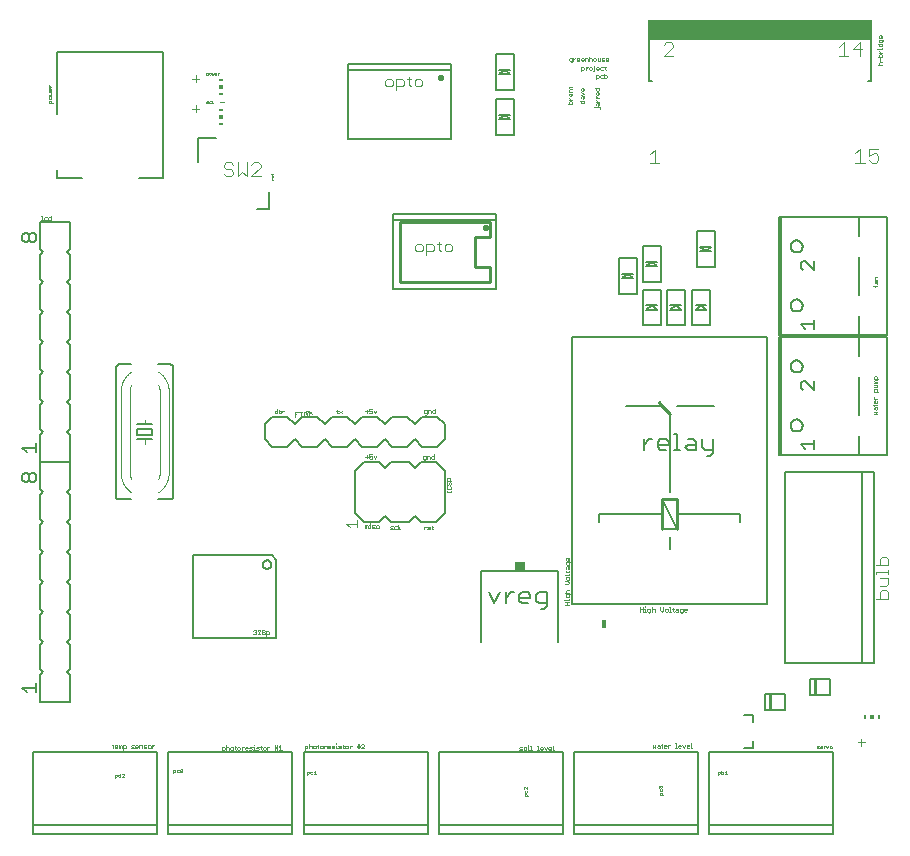
<source format=gto>
G75*
%MOIN*%
%OFA0B0*%
%FSLAX25Y25*%
%IPPOS*%
%LPD*%
%AMOC8*
5,1,8,0,0,1.08239X$1,22.5*
%
%ADD10C,0.00100*%
%ADD11C,0.01000*%
%ADD12C,0.00300*%
%ADD13C,0.00500*%
%ADD14C,0.00400*%
%ADD15C,0.00200*%
%ADD16C,0.00000*%
%ADD17C,0.00600*%
%ADD18R,0.74606X0.06594*%
%ADD19C,0.00800*%
%ADD20C,0.02174*%
%ADD21R,0.01600X0.02800*%
%ADD22R,0.01181X0.00591*%
%ADD23R,0.01181X0.01181*%
%ADD24R,0.00591X0.01181*%
%ADD25R,0.03400X0.03000*%
D10*
X0033450Y0031584D02*
X0033684Y0031350D01*
X0033450Y0031584D02*
X0033450Y0032518D01*
X0033217Y0032284D02*
X0033684Y0032284D01*
X0034137Y0032051D02*
X0034371Y0032284D01*
X0034838Y0032284D01*
X0035072Y0032051D01*
X0035072Y0031817D01*
X0034137Y0031817D01*
X0034137Y0031584D02*
X0034137Y0032051D01*
X0034137Y0031584D02*
X0034371Y0031350D01*
X0034838Y0031350D01*
X0035519Y0031350D02*
X0035519Y0032284D01*
X0035752Y0032284D01*
X0035986Y0032051D01*
X0036219Y0032284D01*
X0036453Y0032051D01*
X0036453Y0031350D01*
X0036900Y0031350D02*
X0037600Y0031350D01*
X0037834Y0031584D01*
X0037834Y0032051D01*
X0037600Y0032284D01*
X0036900Y0032284D01*
X0036900Y0030883D01*
X0035986Y0031350D02*
X0035986Y0032051D01*
X0039662Y0032051D02*
X0039896Y0032284D01*
X0040596Y0032284D01*
X0041043Y0032051D02*
X0041277Y0032284D01*
X0041744Y0032284D01*
X0041977Y0032051D01*
X0041977Y0031817D01*
X0041043Y0031817D01*
X0041043Y0031584D02*
X0041043Y0032051D01*
X0041043Y0031584D02*
X0041277Y0031350D01*
X0041744Y0031350D01*
X0042424Y0031350D02*
X0042424Y0032284D01*
X0043125Y0032284D01*
X0043359Y0032051D01*
X0043359Y0031350D01*
X0043806Y0031350D02*
X0044506Y0031350D01*
X0044740Y0031584D01*
X0044506Y0031817D01*
X0044039Y0031817D01*
X0043806Y0032051D01*
X0044039Y0032284D01*
X0044740Y0032284D01*
X0045187Y0032051D02*
X0045187Y0031584D01*
X0045420Y0031350D01*
X0045887Y0031350D01*
X0046121Y0031584D01*
X0046121Y0032051D01*
X0045887Y0032284D01*
X0045420Y0032284D01*
X0045187Y0032051D01*
X0046568Y0032284D02*
X0046568Y0031350D01*
X0046568Y0031817D02*
X0047035Y0032284D01*
X0047269Y0032284D01*
X0040596Y0031584D02*
X0040363Y0031817D01*
X0039896Y0031817D01*
X0039662Y0032051D01*
X0039662Y0031350D02*
X0040363Y0031350D01*
X0040596Y0031584D01*
X0069999Y0031814D02*
X0069999Y0030413D01*
X0069999Y0030880D02*
X0070700Y0030880D01*
X0070933Y0031114D01*
X0070933Y0031581D01*
X0070700Y0031814D01*
X0069999Y0031814D01*
X0071381Y0031581D02*
X0071614Y0031814D01*
X0072081Y0031814D01*
X0072315Y0031581D01*
X0072315Y0030880D01*
X0072762Y0031114D02*
X0072995Y0030880D01*
X0073462Y0030880D01*
X0073696Y0031114D01*
X0073696Y0031581D01*
X0073462Y0031814D01*
X0072995Y0031814D01*
X0072762Y0031581D01*
X0072762Y0031114D01*
X0071381Y0030880D02*
X0071381Y0032281D01*
X0074143Y0031814D02*
X0074610Y0031814D01*
X0074376Y0032048D02*
X0074376Y0031114D01*
X0074610Y0030880D01*
X0075064Y0031114D02*
X0075297Y0030880D01*
X0075764Y0030880D01*
X0075998Y0031114D01*
X0075998Y0031581D01*
X0075764Y0031814D01*
X0075297Y0031814D01*
X0075064Y0031581D01*
X0075064Y0031114D01*
X0076445Y0031347D02*
X0076912Y0031814D01*
X0077145Y0031814D01*
X0077596Y0031581D02*
X0077829Y0031814D01*
X0078296Y0031814D01*
X0078530Y0031581D01*
X0078530Y0031347D01*
X0077596Y0031347D01*
X0077596Y0031114D02*
X0077596Y0031581D01*
X0077596Y0031114D02*
X0077829Y0030880D01*
X0078296Y0030880D01*
X0078977Y0030880D02*
X0079678Y0030880D01*
X0079911Y0031114D01*
X0079678Y0031347D01*
X0079211Y0031347D01*
X0078977Y0031581D01*
X0079211Y0031814D01*
X0079911Y0031814D01*
X0080358Y0031814D02*
X0080592Y0031814D01*
X0080592Y0030880D01*
X0080825Y0030880D02*
X0080358Y0030880D01*
X0081279Y0030880D02*
X0081980Y0030880D01*
X0082213Y0031114D01*
X0081980Y0031347D01*
X0081512Y0031347D01*
X0081279Y0031581D01*
X0081512Y0031814D01*
X0082213Y0031814D01*
X0082660Y0031814D02*
X0083127Y0031814D01*
X0082894Y0032048D02*
X0082894Y0031114D01*
X0083127Y0030880D01*
X0083581Y0031114D02*
X0083814Y0030880D01*
X0084281Y0030880D01*
X0084515Y0031114D01*
X0084515Y0031581D01*
X0084281Y0031814D01*
X0083814Y0031814D01*
X0083581Y0031581D01*
X0083581Y0031114D01*
X0084962Y0031347D02*
X0085429Y0031814D01*
X0085663Y0031814D01*
X0084962Y0031814D02*
X0084962Y0030880D01*
X0087494Y0031347D02*
X0088428Y0031347D01*
X0088428Y0031814D02*
X0088195Y0031814D01*
X0087494Y0031814D01*
X0087728Y0032281D02*
X0087728Y0030880D01*
X0088195Y0030880D02*
X0088195Y0032281D01*
X0088875Y0031814D02*
X0089342Y0032281D01*
X0089342Y0030880D01*
X0088875Y0030880D02*
X0089810Y0030880D01*
X0097487Y0030843D02*
X0097487Y0032244D01*
X0098187Y0032244D01*
X0098421Y0032011D01*
X0098421Y0031544D01*
X0098187Y0031310D01*
X0097487Y0031310D01*
X0098868Y0031310D02*
X0098868Y0032711D01*
X0099101Y0032244D02*
X0099568Y0032244D01*
X0099802Y0032011D01*
X0099802Y0031310D01*
X0100249Y0031544D02*
X0100483Y0031310D01*
X0100950Y0031310D01*
X0101183Y0031544D01*
X0101183Y0032011D01*
X0100950Y0032244D01*
X0100483Y0032244D01*
X0100249Y0032011D01*
X0100249Y0031544D01*
X0099101Y0032244D02*
X0098868Y0032011D01*
X0101630Y0032244D02*
X0102097Y0032244D01*
X0101864Y0032478D02*
X0101864Y0031544D01*
X0102097Y0031310D01*
X0102551Y0031544D02*
X0102784Y0031310D01*
X0103252Y0031310D01*
X0103485Y0031544D01*
X0103485Y0032011D01*
X0103252Y0032244D01*
X0102784Y0032244D01*
X0102551Y0032011D01*
X0102551Y0031544D01*
X0103932Y0031777D02*
X0104399Y0032244D01*
X0104633Y0032244D01*
X0105083Y0032011D02*
X0105317Y0032244D01*
X0105784Y0032244D01*
X0106017Y0032011D01*
X0106017Y0031777D01*
X0105083Y0031777D01*
X0105083Y0031544D02*
X0105083Y0032011D01*
X0105083Y0031544D02*
X0105317Y0031310D01*
X0105784Y0031310D01*
X0106464Y0031310D02*
X0107165Y0031310D01*
X0107398Y0031544D01*
X0107165Y0031777D01*
X0106698Y0031777D01*
X0106464Y0032011D01*
X0106698Y0032244D01*
X0107398Y0032244D01*
X0107845Y0032244D02*
X0108079Y0032244D01*
X0108079Y0031310D01*
X0107845Y0031310D02*
X0108313Y0031310D01*
X0108766Y0031310D02*
X0109467Y0031310D01*
X0109700Y0031544D01*
X0109467Y0031777D01*
X0109000Y0031777D01*
X0108766Y0032011D01*
X0109000Y0032244D01*
X0109700Y0032244D01*
X0110147Y0032244D02*
X0110614Y0032244D01*
X0110381Y0032478D02*
X0110381Y0031544D01*
X0110614Y0031310D01*
X0111068Y0031544D02*
X0111302Y0031310D01*
X0111769Y0031310D01*
X0112002Y0031544D01*
X0112002Y0032011D01*
X0111769Y0032244D01*
X0111302Y0032244D01*
X0111068Y0032011D01*
X0111068Y0031544D01*
X0112449Y0031777D02*
X0112916Y0032244D01*
X0113150Y0032244D01*
X0112449Y0032244D02*
X0112449Y0031310D01*
X0114982Y0031777D02*
X0115916Y0031777D01*
X0115916Y0032244D02*
X0115682Y0032244D01*
X0114982Y0032244D01*
X0115215Y0032711D02*
X0115215Y0031310D01*
X0115682Y0031310D02*
X0115682Y0032711D01*
X0116363Y0032478D02*
X0116596Y0032711D01*
X0117063Y0032711D01*
X0117297Y0032478D01*
X0117297Y0032244D01*
X0116363Y0031310D01*
X0117297Y0031310D01*
X0108079Y0032711D02*
X0108079Y0032945D01*
X0103932Y0032244D02*
X0103932Y0031310D01*
X0080592Y0032281D02*
X0080592Y0032515D01*
X0076445Y0031814D02*
X0076445Y0030880D01*
X0080655Y0069340D02*
X0080422Y0069574D01*
X0080655Y0069340D02*
X0081123Y0069340D01*
X0081356Y0069574D01*
X0081356Y0069807D01*
X0081123Y0070041D01*
X0080889Y0070041D01*
X0081123Y0070041D02*
X0081356Y0070274D01*
X0081356Y0070508D01*
X0081123Y0070741D01*
X0080655Y0070741D01*
X0080422Y0070508D01*
X0081803Y0070508D02*
X0082037Y0070741D01*
X0082504Y0070741D01*
X0082737Y0070508D01*
X0082737Y0070274D01*
X0081803Y0069340D01*
X0082737Y0069340D01*
X0083184Y0069574D02*
X0083184Y0069807D01*
X0083418Y0070041D01*
X0083885Y0070041D01*
X0084118Y0069807D01*
X0084118Y0069574D01*
X0083885Y0069340D01*
X0083418Y0069340D01*
X0083184Y0069574D01*
X0083418Y0070041D02*
X0083184Y0070274D01*
X0083184Y0070508D01*
X0083418Y0070741D01*
X0083885Y0070741D01*
X0084118Y0070508D01*
X0084118Y0070274D01*
X0083885Y0070041D01*
X0084565Y0070274D02*
X0084565Y0068873D01*
X0084565Y0069340D02*
X0085266Y0069340D01*
X0085500Y0069574D01*
X0085500Y0070041D01*
X0085266Y0070274D01*
X0084565Y0070274D01*
X0117547Y0104670D02*
X0117547Y0105604D01*
X0117780Y0105604D01*
X0118014Y0105371D01*
X0118247Y0105604D01*
X0118481Y0105371D01*
X0118481Y0104670D01*
X0118928Y0104670D02*
X0119395Y0104670D01*
X0119161Y0104670D02*
X0119161Y0105604D01*
X0118928Y0105604D01*
X0119161Y0106071D02*
X0119161Y0106305D01*
X0120082Y0105604D02*
X0120783Y0105604D01*
X0121230Y0105371D02*
X0121230Y0104904D01*
X0121463Y0104670D01*
X0121930Y0104670D01*
X0122164Y0104904D01*
X0122164Y0105371D01*
X0121930Y0105604D01*
X0121463Y0105604D01*
X0121230Y0105371D01*
X0120783Y0104904D02*
X0120549Y0105137D01*
X0120082Y0105137D01*
X0119849Y0105371D01*
X0120082Y0105604D01*
X0119849Y0104670D02*
X0120549Y0104670D01*
X0120783Y0104904D01*
X0118014Y0104670D02*
X0118014Y0105371D01*
X0125933Y0105041D02*
X0126167Y0105274D01*
X0126867Y0105274D01*
X0127314Y0105041D02*
X0127314Y0104574D01*
X0127548Y0104340D01*
X0128249Y0104340D01*
X0128696Y0104340D02*
X0128696Y0105741D01*
X0128249Y0105274D02*
X0127548Y0105274D01*
X0127314Y0105041D01*
X0126867Y0104574D02*
X0126634Y0104807D01*
X0126167Y0104807D01*
X0125933Y0105041D01*
X0125933Y0104340D02*
X0126634Y0104340D01*
X0126867Y0104574D01*
X0128696Y0104807D02*
X0129396Y0105274D01*
X0128696Y0104807D02*
X0129396Y0104340D01*
X0137274Y0104290D02*
X0137274Y0105224D01*
X0137741Y0105224D02*
X0137974Y0105224D01*
X0137741Y0105224D02*
X0137274Y0104757D01*
X0138425Y0104991D02*
X0138658Y0105224D01*
X0139359Y0105224D01*
X0139806Y0105224D02*
X0140273Y0105224D01*
X0140039Y0105458D02*
X0140039Y0104524D01*
X0140273Y0104290D01*
X0139359Y0104524D02*
X0139125Y0104757D01*
X0138658Y0104757D01*
X0138425Y0104991D01*
X0138425Y0104290D02*
X0139125Y0104290D01*
X0139359Y0104524D01*
X0144825Y0116640D02*
X0144825Y0117140D01*
X0144825Y0116890D02*
X0146327Y0116890D01*
X0146327Y0116640D02*
X0146327Y0117140D01*
X0146076Y0117622D02*
X0146327Y0117872D01*
X0146327Y0118373D01*
X0146076Y0118623D01*
X0146076Y0119095D02*
X0146327Y0119346D01*
X0146327Y0119846D01*
X0146076Y0120096D01*
X0145826Y0120096D01*
X0145576Y0119846D01*
X0145576Y0119346D01*
X0145326Y0119095D01*
X0145076Y0119095D01*
X0144825Y0119346D01*
X0144825Y0119846D01*
X0145076Y0120096D01*
X0144825Y0120569D02*
X0144825Y0121319D01*
X0145076Y0121570D01*
X0145576Y0121570D01*
X0145826Y0121319D01*
X0145826Y0120569D01*
X0146327Y0120569D02*
X0144825Y0120569D01*
X0145076Y0118623D02*
X0144825Y0118373D01*
X0144825Y0117872D01*
X0145076Y0117622D01*
X0146076Y0117622D01*
X0140563Y0127870D02*
X0139863Y0127870D01*
X0139629Y0128104D01*
X0139629Y0128571D01*
X0139863Y0128804D01*
X0140563Y0128804D01*
X0140563Y0129271D02*
X0140563Y0127870D01*
X0139182Y0127870D02*
X0139182Y0128571D01*
X0138948Y0128804D01*
X0138248Y0128804D01*
X0138248Y0127870D01*
X0137801Y0127870D02*
X0137100Y0127870D01*
X0136867Y0128104D01*
X0136867Y0128571D01*
X0137100Y0128804D01*
X0137801Y0128804D01*
X0137801Y0127636D01*
X0137567Y0127403D01*
X0137334Y0127403D01*
X0137644Y0142583D02*
X0137877Y0142583D01*
X0138111Y0142816D01*
X0138111Y0143984D01*
X0137410Y0143984D01*
X0137177Y0143751D01*
X0137177Y0143284D01*
X0137410Y0143050D01*
X0138111Y0143050D01*
X0138558Y0143050D02*
X0138558Y0143984D01*
X0139258Y0143984D01*
X0139492Y0143751D01*
X0139492Y0143050D01*
X0139939Y0143284D02*
X0139939Y0143751D01*
X0140173Y0143984D01*
X0140873Y0143984D01*
X0140873Y0144451D02*
X0140873Y0143050D01*
X0140173Y0143050D01*
X0139939Y0143284D01*
X0121413Y0143864D02*
X0120946Y0142930D01*
X0120479Y0143864D01*
X0120032Y0143631D02*
X0120032Y0143164D01*
X0119798Y0142930D01*
X0119331Y0142930D01*
X0119098Y0143164D01*
X0119098Y0143631D02*
X0119565Y0143864D01*
X0119798Y0143864D01*
X0120032Y0143631D01*
X0120032Y0144331D02*
X0119098Y0144331D01*
X0119098Y0143631D01*
X0118651Y0143631D02*
X0117717Y0143631D01*
X0118184Y0144098D02*
X0118184Y0143164D01*
X0109872Y0142930D02*
X0108937Y0143864D01*
X0108484Y0143864D02*
X0108017Y0143864D01*
X0108250Y0144098D02*
X0108250Y0143164D01*
X0108484Y0142930D01*
X0108937Y0142930D02*
X0109872Y0143864D01*
X0099862Y0143804D02*
X0098928Y0142870D01*
X0098887Y0143351D02*
X0098887Y0141850D01*
X0099137Y0141850D02*
X0098636Y0141850D01*
X0098164Y0142100D02*
X0098164Y0143101D01*
X0097914Y0143351D01*
X0097163Y0143351D01*
X0097163Y0141850D01*
X0097914Y0141850D01*
X0098164Y0142100D01*
X0097777Y0142870D02*
X0097777Y0143804D01*
X0098244Y0143804D02*
X0098477Y0143804D01*
X0098244Y0143804D02*
X0097777Y0143337D01*
X0098636Y0143351D02*
X0099137Y0143351D01*
X0098928Y0143804D02*
X0099862Y0142870D01*
X0096691Y0143351D02*
X0095690Y0143351D01*
X0095218Y0143351D02*
X0094217Y0143351D01*
X0094217Y0141850D01*
X0094217Y0142601D02*
X0094717Y0142601D01*
X0096190Y0143351D02*
X0096190Y0141850D01*
X0090469Y0143924D02*
X0090236Y0143924D01*
X0089769Y0143457D01*
X0089769Y0142990D02*
X0089769Y0143924D01*
X0089315Y0143924D02*
X0088848Y0143924D01*
X0089081Y0144158D02*
X0089081Y0143224D01*
X0089315Y0142990D01*
X0088401Y0142990D02*
X0087700Y0142990D01*
X0087467Y0143224D01*
X0087467Y0143691D01*
X0087700Y0143924D01*
X0088401Y0143924D01*
X0088401Y0144391D02*
X0088401Y0142990D01*
X0117717Y0128571D02*
X0118651Y0128571D01*
X0119098Y0128571D02*
X0119565Y0128804D01*
X0119798Y0128804D01*
X0120032Y0128571D01*
X0120032Y0128104D01*
X0119798Y0127870D01*
X0119331Y0127870D01*
X0119098Y0128104D01*
X0119098Y0128571D02*
X0119098Y0129271D01*
X0120032Y0129271D01*
X0120479Y0128804D02*
X0120946Y0127870D01*
X0121413Y0128804D01*
X0118184Y0129038D02*
X0118184Y0128104D01*
X0184716Y0094654D02*
X0184966Y0094904D01*
X0185216Y0094904D01*
X0185216Y0093903D01*
X0184966Y0093903D02*
X0184716Y0094154D01*
X0184716Y0094654D01*
X0184966Y0093903D02*
X0185466Y0093903D01*
X0185717Y0094154D01*
X0185717Y0094654D01*
X0185717Y0093431D02*
X0185717Y0092680D01*
X0185466Y0092430D01*
X0184966Y0092430D01*
X0184716Y0092680D01*
X0184716Y0093431D01*
X0185967Y0093431D01*
X0186217Y0093181D01*
X0186217Y0092931D01*
X0185717Y0091958D02*
X0185717Y0091207D01*
X0185466Y0090957D01*
X0185216Y0091207D01*
X0185216Y0091958D01*
X0184966Y0091958D02*
X0185717Y0091958D01*
X0184966Y0091958D02*
X0184716Y0091708D01*
X0184716Y0091207D01*
X0184716Y0090475D02*
X0184716Y0089975D01*
X0184466Y0090225D02*
X0185466Y0090225D01*
X0185717Y0090475D01*
X0185717Y0089493D02*
X0185717Y0088993D01*
X0185717Y0089243D02*
X0184215Y0089243D01*
X0184215Y0088993D01*
X0184716Y0088270D02*
X0184716Y0087770D01*
X0184966Y0087519D01*
X0185466Y0087519D01*
X0185717Y0087770D01*
X0185717Y0088270D01*
X0185466Y0088520D01*
X0184966Y0088520D01*
X0184716Y0088270D01*
X0185216Y0087047D02*
X0184215Y0087047D01*
X0184215Y0086046D02*
X0185216Y0086046D01*
X0185717Y0086546D01*
X0185216Y0087047D01*
X0184966Y0084100D02*
X0185717Y0084100D01*
X0184966Y0084100D02*
X0184716Y0083850D01*
X0184716Y0083350D01*
X0184966Y0083100D01*
X0184716Y0082627D02*
X0184716Y0081877D01*
X0184966Y0081626D01*
X0185466Y0081626D01*
X0185717Y0081877D01*
X0185717Y0082627D01*
X0185967Y0082627D02*
X0184716Y0082627D01*
X0184215Y0083100D02*
X0185717Y0083100D01*
X0185967Y0082627D02*
X0186217Y0082377D01*
X0186217Y0082127D01*
X0185717Y0081145D02*
X0185717Y0080644D01*
X0185717Y0080894D02*
X0184716Y0080894D01*
X0184716Y0080644D01*
X0184966Y0080172D02*
X0184966Y0079171D01*
X0185717Y0079171D02*
X0184215Y0079171D01*
X0184215Y0080172D02*
X0185717Y0080172D01*
X0184215Y0080894D02*
X0183965Y0080894D01*
X0209217Y0078351D02*
X0209217Y0076850D01*
X0209217Y0077601D02*
X0210218Y0077601D01*
X0210690Y0077851D02*
X0210940Y0077851D01*
X0210940Y0076850D01*
X0210690Y0076850D02*
X0211190Y0076850D01*
X0211672Y0077100D02*
X0211922Y0076850D01*
X0212673Y0076850D01*
X0212673Y0076600D02*
X0212673Y0077851D01*
X0211922Y0077851D01*
X0211672Y0077601D01*
X0211672Y0077100D01*
X0212173Y0076350D02*
X0212423Y0076350D01*
X0212673Y0076600D01*
X0213145Y0076850D02*
X0213145Y0078351D01*
X0213396Y0077851D02*
X0213896Y0077851D01*
X0214146Y0077601D01*
X0214146Y0076850D01*
X0213396Y0077851D02*
X0213145Y0077601D01*
X0210940Y0078351D02*
X0210940Y0078601D01*
X0210218Y0078351D02*
X0210218Y0076850D01*
X0216092Y0077350D02*
X0216592Y0076850D01*
X0217093Y0077350D01*
X0217093Y0078351D01*
X0217815Y0077851D02*
X0217565Y0077601D01*
X0217565Y0077100D01*
X0217815Y0076850D01*
X0218316Y0076850D01*
X0218566Y0077100D01*
X0218566Y0077601D01*
X0218316Y0077851D01*
X0217815Y0077851D01*
X0219038Y0078351D02*
X0219289Y0078351D01*
X0219289Y0076850D01*
X0219539Y0076850D02*
X0219038Y0076850D01*
X0220271Y0077100D02*
X0220521Y0076850D01*
X0220271Y0077100D02*
X0220271Y0078101D01*
X0220021Y0077851D02*
X0220521Y0077851D01*
X0221253Y0077851D02*
X0221753Y0077851D01*
X0222004Y0077601D01*
X0222004Y0076850D01*
X0221253Y0076850D01*
X0221003Y0077100D01*
X0221253Y0077350D01*
X0222004Y0077350D01*
X0222476Y0077100D02*
X0222726Y0076850D01*
X0223477Y0076850D01*
X0223477Y0076600D02*
X0223477Y0077851D01*
X0222726Y0077851D01*
X0222476Y0077601D01*
X0222476Y0077100D01*
X0222976Y0076350D02*
X0223227Y0076350D01*
X0223477Y0076600D01*
X0223949Y0077100D02*
X0223949Y0077601D01*
X0224199Y0077851D01*
X0224700Y0077851D01*
X0224950Y0077601D01*
X0224950Y0077350D01*
X0223949Y0077350D01*
X0223949Y0077100D02*
X0224199Y0076850D01*
X0224700Y0076850D01*
X0216092Y0077350D02*
X0216092Y0078351D01*
X0216493Y0032698D02*
X0216493Y0031764D01*
X0216726Y0031530D01*
X0217180Y0031764D02*
X0217180Y0032231D01*
X0217413Y0032464D01*
X0217880Y0032464D01*
X0218114Y0032231D01*
X0218114Y0031997D01*
X0217180Y0031997D01*
X0217180Y0031764D02*
X0217413Y0031530D01*
X0217880Y0031530D01*
X0218561Y0031530D02*
X0218561Y0032464D01*
X0218561Y0031997D02*
X0219028Y0032464D01*
X0219262Y0032464D01*
X0221093Y0032931D02*
X0221327Y0032931D01*
X0221327Y0031530D01*
X0221560Y0031530D02*
X0221093Y0031530D01*
X0222014Y0031764D02*
X0222014Y0032231D01*
X0222247Y0032464D01*
X0222714Y0032464D01*
X0222948Y0032231D01*
X0222948Y0031997D01*
X0222014Y0031997D01*
X0222014Y0031764D02*
X0222247Y0031530D01*
X0222714Y0031530D01*
X0223862Y0031530D02*
X0224329Y0032464D01*
X0224776Y0032231D02*
X0225010Y0032464D01*
X0225477Y0032464D01*
X0225710Y0032231D01*
X0225710Y0031997D01*
X0224776Y0031997D01*
X0224776Y0031764D02*
X0224776Y0032231D01*
X0224776Y0031764D02*
X0225010Y0031530D01*
X0225477Y0031530D01*
X0226157Y0031530D02*
X0226624Y0031530D01*
X0226391Y0031530D02*
X0226391Y0032931D01*
X0226157Y0032931D01*
X0223862Y0031530D02*
X0223395Y0032464D01*
X0216726Y0032464D02*
X0216259Y0032464D01*
X0215812Y0032231D02*
X0215812Y0031530D01*
X0215111Y0031530D01*
X0214878Y0031764D01*
X0215111Y0031997D01*
X0215812Y0031997D01*
X0215812Y0032231D02*
X0215578Y0032464D01*
X0215111Y0032464D01*
X0214431Y0032464D02*
X0214431Y0031764D01*
X0214197Y0031530D01*
X0213964Y0031764D01*
X0213730Y0031530D01*
X0213497Y0031764D01*
X0213497Y0032464D01*
X0180593Y0030700D02*
X0180126Y0030700D01*
X0180360Y0030700D02*
X0180360Y0032101D01*
X0180126Y0032101D01*
X0179445Y0031634D02*
X0179679Y0031401D01*
X0179679Y0031167D01*
X0178745Y0031167D01*
X0178745Y0030934D02*
X0178745Y0031401D01*
X0178978Y0031634D01*
X0179445Y0031634D01*
X0179445Y0030700D02*
X0178978Y0030700D01*
X0178745Y0030934D01*
X0178298Y0031634D02*
X0177831Y0030700D01*
X0177364Y0031634D01*
X0176917Y0031401D02*
X0176917Y0031167D01*
X0175983Y0031167D01*
X0175983Y0030934D02*
X0175983Y0031401D01*
X0176216Y0031634D01*
X0176683Y0031634D01*
X0176917Y0031401D01*
X0176683Y0030700D02*
X0176216Y0030700D01*
X0175983Y0030934D01*
X0175529Y0030700D02*
X0175062Y0030700D01*
X0175295Y0030700D02*
X0175295Y0032101D01*
X0175062Y0032101D01*
X0172993Y0032101D02*
X0172993Y0030700D01*
X0172760Y0030700D02*
X0173227Y0030700D01*
X0172306Y0030700D02*
X0171839Y0030700D01*
X0172073Y0030700D02*
X0172073Y0031634D01*
X0171839Y0031634D01*
X0171392Y0031401D02*
X0171158Y0031634D01*
X0170691Y0031634D01*
X0170458Y0031401D01*
X0170458Y0030934D01*
X0170691Y0030700D01*
X0171158Y0030700D01*
X0171392Y0030934D01*
X0171392Y0031401D01*
X0172073Y0032101D02*
X0172073Y0032335D01*
X0172760Y0032101D02*
X0172993Y0032101D01*
X0170011Y0031634D02*
X0169310Y0031634D01*
X0169077Y0031401D01*
X0169310Y0031167D01*
X0169777Y0031167D01*
X0170011Y0030934D01*
X0169777Y0030700D01*
X0169077Y0030700D01*
X0287263Y0142650D02*
X0287963Y0142650D01*
X0288197Y0142884D01*
X0287963Y0143117D01*
X0288197Y0143351D01*
X0287963Y0143584D01*
X0287263Y0143584D01*
X0287263Y0144265D02*
X0287263Y0144732D01*
X0287496Y0144965D01*
X0288197Y0144965D01*
X0288197Y0144265D01*
X0287963Y0144031D01*
X0287730Y0144265D01*
X0287730Y0144965D01*
X0287263Y0145412D02*
X0287263Y0145879D01*
X0287029Y0145646D02*
X0287963Y0145646D01*
X0288197Y0145879D01*
X0287963Y0146333D02*
X0287496Y0146333D01*
X0287263Y0146567D01*
X0287263Y0147034D01*
X0287496Y0147267D01*
X0287730Y0147267D01*
X0287730Y0146333D01*
X0287963Y0146333D02*
X0288197Y0146567D01*
X0288197Y0147034D01*
X0288197Y0147714D02*
X0287263Y0147714D01*
X0287730Y0147714D02*
X0287263Y0148181D01*
X0287263Y0148415D01*
X0287263Y0150246D02*
X0287263Y0150947D01*
X0287496Y0151181D01*
X0287963Y0151181D01*
X0288197Y0150947D01*
X0288197Y0150246D01*
X0288664Y0150246D02*
X0287263Y0150246D01*
X0287263Y0151628D02*
X0287963Y0151628D01*
X0288197Y0151861D01*
X0288197Y0152562D01*
X0287263Y0152562D01*
X0287263Y0153009D02*
X0287263Y0153242D01*
X0287496Y0153476D01*
X0287263Y0153709D01*
X0287496Y0153943D01*
X0288197Y0153943D01*
X0288197Y0154390D02*
X0288197Y0155091D01*
X0287963Y0155324D01*
X0287496Y0155324D01*
X0287263Y0155091D01*
X0287263Y0154390D01*
X0288664Y0154390D01*
X0288197Y0153476D02*
X0287496Y0153476D01*
X0287263Y0153009D02*
X0288197Y0153009D01*
X0287716Y0185110D02*
X0287716Y0185577D01*
X0287249Y0185344D02*
X0287015Y0185577D01*
X0287249Y0185344D02*
X0288417Y0185344D01*
X0288183Y0186031D02*
X0287950Y0186264D01*
X0287950Y0186965D01*
X0287716Y0186965D02*
X0288417Y0186965D01*
X0288417Y0186264D01*
X0288183Y0186031D01*
X0287483Y0186264D02*
X0287483Y0186731D01*
X0287716Y0186965D01*
X0287483Y0187412D02*
X0287483Y0188113D01*
X0287716Y0188346D01*
X0288417Y0188346D01*
X0288417Y0187412D02*
X0287483Y0187412D01*
X0288515Y0259050D02*
X0289917Y0259050D01*
X0289216Y0259050D02*
X0288983Y0259284D01*
X0288983Y0259751D01*
X0289216Y0259984D01*
X0289917Y0259984D01*
X0289216Y0260431D02*
X0289216Y0261365D01*
X0288983Y0261812D02*
X0288983Y0262513D01*
X0289216Y0262746D01*
X0289683Y0262746D01*
X0289917Y0262513D01*
X0289917Y0261812D01*
X0288515Y0261812D01*
X0288983Y0263194D02*
X0289917Y0263194D01*
X0289450Y0263194D02*
X0288983Y0263661D01*
X0288983Y0263894D01*
X0288983Y0264345D02*
X0288983Y0264578D01*
X0289917Y0264578D01*
X0289917Y0264345D02*
X0289917Y0264812D01*
X0289683Y0265265D02*
X0289216Y0265265D01*
X0288983Y0265499D01*
X0288983Y0266199D01*
X0288515Y0266199D02*
X0289917Y0266199D01*
X0289917Y0265499D01*
X0289683Y0265265D01*
X0288515Y0264578D02*
X0288282Y0264578D01*
X0289216Y0266646D02*
X0289683Y0266646D01*
X0289917Y0266880D01*
X0289917Y0267581D01*
X0290150Y0267581D02*
X0288983Y0267581D01*
X0288983Y0266880D01*
X0289216Y0266646D01*
X0290384Y0267114D02*
X0290384Y0267347D01*
X0290150Y0267581D01*
X0289683Y0268028D02*
X0289216Y0268028D01*
X0288983Y0268261D01*
X0288983Y0268728D01*
X0289216Y0268962D01*
X0289450Y0268962D01*
X0289450Y0268028D01*
X0289683Y0268028D02*
X0289917Y0268261D01*
X0289917Y0268728D01*
X0013524Y0246324D02*
X0012123Y0246324D01*
X0012123Y0247025D01*
X0012356Y0247258D01*
X0012823Y0247258D01*
X0013057Y0247025D01*
X0013057Y0246324D01*
X0012823Y0247705D02*
X0013057Y0247939D01*
X0013057Y0248406D01*
X0012823Y0248640D01*
X0012356Y0248640D01*
X0012123Y0248406D01*
X0012123Y0247939D01*
X0012356Y0247705D01*
X0012823Y0247705D01*
X0012823Y0249087D02*
X0013057Y0249320D01*
X0012823Y0249554D01*
X0013057Y0249787D01*
X0012823Y0250021D01*
X0012123Y0250021D01*
X0012356Y0250468D02*
X0012123Y0250701D01*
X0012123Y0251168D01*
X0012356Y0251402D01*
X0012590Y0251402D01*
X0012590Y0250468D01*
X0012823Y0250468D02*
X0012356Y0250468D01*
X0012823Y0250468D02*
X0013057Y0250701D01*
X0013057Y0251168D01*
X0013057Y0251849D02*
X0012123Y0251849D01*
X0012590Y0251849D02*
X0012123Y0252316D01*
X0012123Y0252550D01*
X0012123Y0249087D02*
X0012823Y0249087D01*
X0012893Y0208731D02*
X0012893Y0207330D01*
X0012192Y0207330D01*
X0011959Y0207564D01*
X0011959Y0208031D01*
X0012192Y0208264D01*
X0012893Y0208264D01*
X0011512Y0208264D02*
X0010811Y0208264D01*
X0010577Y0208031D01*
X0010577Y0207564D01*
X0010811Y0207330D01*
X0011512Y0207330D01*
X0010124Y0207330D02*
X0009657Y0207330D01*
X0009890Y0207330D02*
X0009890Y0208731D01*
X0009657Y0208731D01*
D11*
X0129167Y0206800D02*
X0129167Y0186800D01*
X0159167Y0186800D01*
X0159167Y0191800D01*
X0154167Y0191800D01*
X0154167Y0201800D01*
X0159167Y0201800D01*
X0159167Y0206800D01*
X0129167Y0206800D01*
X0215467Y0146600D02*
X0216667Y0145300D01*
X0219167Y0142800D01*
X0221667Y0114300D02*
X0216667Y0114300D01*
X0216667Y0109300D01*
X0216667Y0104300D01*
X0221667Y0104300D02*
X0221667Y0109300D01*
X0221667Y0114300D01*
D12*
X0283051Y0034536D02*
X0283051Y0032067D01*
X0281817Y0033302D02*
X0284285Y0033302D01*
X0115017Y0104950D02*
X0115017Y0107419D01*
X0115017Y0106184D02*
X0111313Y0106184D01*
X0112548Y0104950D01*
X0138000Y0195716D02*
X0138000Y0199419D01*
X0139851Y0199419D01*
X0140469Y0198802D01*
X0140469Y0197567D01*
X0139851Y0196950D01*
X0138000Y0196950D01*
X0136785Y0197567D02*
X0136785Y0198802D01*
X0136168Y0199419D01*
X0134934Y0199419D01*
X0134317Y0198802D01*
X0134317Y0197567D01*
X0134934Y0196950D01*
X0136168Y0196950D01*
X0136785Y0197567D01*
X0141683Y0199419D02*
X0142917Y0199419D01*
X0142300Y0200036D02*
X0142300Y0197567D01*
X0142917Y0196950D01*
X0144138Y0197567D02*
X0144756Y0196950D01*
X0145990Y0196950D01*
X0146607Y0197567D01*
X0146607Y0198802D01*
X0145990Y0199419D01*
X0144756Y0199419D01*
X0144138Y0198802D01*
X0144138Y0197567D01*
X0135990Y0251950D02*
X0136607Y0252567D01*
X0136607Y0253802D01*
X0135990Y0254419D01*
X0134756Y0254419D01*
X0134138Y0253802D01*
X0134138Y0252567D01*
X0134756Y0251950D01*
X0135990Y0251950D01*
X0132917Y0251950D02*
X0132300Y0252567D01*
X0132300Y0255036D01*
X0131683Y0254419D02*
X0132917Y0254419D01*
X0130469Y0253802D02*
X0130469Y0252567D01*
X0129851Y0251950D01*
X0128000Y0251950D01*
X0128000Y0250716D02*
X0128000Y0254419D01*
X0129851Y0254419D01*
X0130469Y0253802D01*
X0126785Y0253802D02*
X0126168Y0254419D01*
X0124934Y0254419D01*
X0124317Y0253802D01*
X0124317Y0252567D01*
X0124934Y0251950D01*
X0126168Y0251950D01*
X0126785Y0252567D01*
X0126785Y0253802D01*
X0062399Y0254501D02*
X0059931Y0254501D01*
X0061165Y0253267D02*
X0061165Y0255736D01*
X0061165Y0245736D02*
X0061165Y0243267D01*
X0059931Y0244501D02*
X0062399Y0244501D01*
D13*
X0061917Y0234750D02*
X0061917Y0226800D01*
X0061917Y0234750D02*
X0061915Y0234750D01*
X0061917Y0234750D02*
X0068017Y0234750D01*
X0085517Y0216800D02*
X0085517Y0211100D01*
X0081667Y0211100D01*
X0007917Y0202302D02*
X0007917Y0200801D01*
X0007166Y0200050D01*
X0006415Y0200050D01*
X0005665Y0200801D01*
X0005665Y0202302D01*
X0006415Y0203053D01*
X0007166Y0203053D01*
X0007917Y0202302D01*
X0005665Y0202302D02*
X0004914Y0203053D01*
X0004163Y0203053D01*
X0003413Y0202302D01*
X0003413Y0200801D01*
X0004163Y0200050D01*
X0004914Y0200050D01*
X0005665Y0200801D01*
X0007917Y0133053D02*
X0007917Y0130050D01*
X0007917Y0131551D02*
X0003413Y0131551D01*
X0004914Y0130050D01*
X0004914Y0123053D02*
X0005665Y0122302D01*
X0005665Y0120801D01*
X0004914Y0120050D01*
X0004163Y0120050D01*
X0003413Y0120801D01*
X0003413Y0122302D01*
X0004163Y0123053D01*
X0004914Y0123053D01*
X0005665Y0122302D02*
X0006415Y0123053D01*
X0007166Y0123053D01*
X0007917Y0122302D01*
X0007917Y0120801D01*
X0007166Y0120050D01*
X0006415Y0120050D01*
X0005665Y0120801D01*
X0007917Y0053053D02*
X0007917Y0050050D01*
X0007917Y0051551D02*
X0003413Y0051551D01*
X0004914Y0050050D01*
X0114167Y0109800D02*
X0114167Y0123800D01*
X0117167Y0126800D01*
X0122167Y0126800D01*
X0124167Y0124800D01*
X0126167Y0126800D01*
X0132167Y0126800D01*
X0134167Y0124800D01*
X0136167Y0126800D01*
X0141167Y0126800D01*
X0144167Y0123800D01*
X0144167Y0109800D01*
X0141167Y0106800D01*
X0136167Y0106800D01*
X0134167Y0108800D01*
X0132167Y0106800D01*
X0126167Y0106800D01*
X0124167Y0108800D01*
X0122167Y0106800D01*
X0117167Y0106800D01*
X0114167Y0109800D01*
X0158927Y0083290D02*
X0160762Y0079620D01*
X0162596Y0083290D01*
X0164451Y0083290D02*
X0164451Y0079620D01*
X0164451Y0081455D02*
X0166286Y0083290D01*
X0167204Y0083290D01*
X0169055Y0082372D02*
X0169055Y0080537D01*
X0169973Y0079620D01*
X0171808Y0079620D01*
X0172725Y0081455D02*
X0169055Y0081455D01*
X0169055Y0082372D02*
X0169973Y0083290D01*
X0171808Y0083290D01*
X0172725Y0082372D01*
X0172725Y0081455D01*
X0174580Y0082372D02*
X0174580Y0080537D01*
X0175497Y0079620D01*
X0178250Y0079620D01*
X0178250Y0078703D02*
X0178250Y0083290D01*
X0175497Y0083290D01*
X0174580Y0082372D01*
X0176415Y0077785D02*
X0177332Y0077785D01*
X0178250Y0078703D01*
X0210527Y0130750D02*
X0210527Y0134420D01*
X0212362Y0134420D02*
X0213279Y0134420D01*
X0212362Y0134420D02*
X0210527Y0132585D01*
X0215131Y0132585D02*
X0218800Y0132585D01*
X0218800Y0133502D01*
X0217883Y0134420D01*
X0216048Y0134420D01*
X0215131Y0133502D01*
X0215131Y0131667D01*
X0216048Y0130750D01*
X0217883Y0130750D01*
X0220655Y0130750D02*
X0222490Y0130750D01*
X0221573Y0130750D02*
X0221573Y0136255D01*
X0220655Y0136255D01*
X0225256Y0134420D02*
X0227091Y0134420D01*
X0228008Y0133502D01*
X0228008Y0130750D01*
X0225256Y0130750D01*
X0224338Y0131667D01*
X0225256Y0132585D01*
X0228008Y0132585D01*
X0229863Y0131667D02*
X0229863Y0134420D01*
X0229863Y0131667D02*
X0230781Y0130750D01*
X0233533Y0130750D01*
X0233533Y0129833D02*
X0232616Y0128915D01*
X0231698Y0128915D01*
X0233533Y0129833D02*
X0233533Y0134420D01*
X0262913Y0132709D02*
X0267417Y0132709D01*
X0267417Y0134210D02*
X0267417Y0131207D01*
X0264414Y0131207D02*
X0262913Y0132709D01*
X0263663Y0150707D02*
X0262913Y0151458D01*
X0262913Y0152959D01*
X0263663Y0153710D01*
X0264414Y0153710D01*
X0267417Y0150707D01*
X0267417Y0153710D01*
X0267417Y0171207D02*
X0267417Y0174210D01*
X0267417Y0172709D02*
X0262913Y0172709D01*
X0264414Y0171207D01*
X0263663Y0190707D02*
X0262913Y0191458D01*
X0262913Y0192959D01*
X0263663Y0193710D01*
X0264414Y0193710D01*
X0267417Y0190707D01*
X0267417Y0193710D01*
X0234119Y0191894D02*
X0234119Y0203706D01*
X0228214Y0203706D01*
X0228214Y0191894D01*
X0234119Y0191894D01*
X0232917Y0197050D02*
X0229417Y0197050D01*
X0229417Y0198550D02*
X0231167Y0197050D01*
X0232917Y0198550D01*
X0229417Y0198550D01*
X0216119Y0198706D02*
X0216119Y0186894D01*
X0210214Y0186894D01*
X0210214Y0198706D01*
X0216119Y0198706D01*
X0214917Y0193550D02*
X0211417Y0193550D01*
X0211417Y0192050D02*
X0213167Y0193550D01*
X0214917Y0192050D01*
X0211417Y0192050D01*
X0208119Y0194706D02*
X0208119Y0182894D01*
X0202214Y0182894D01*
X0202214Y0194706D01*
X0208119Y0194706D01*
X0206917Y0189550D02*
X0203417Y0189550D01*
X0203417Y0188050D02*
X0205167Y0189550D01*
X0206917Y0188050D01*
X0203417Y0188050D01*
X0210214Y0184206D02*
X0210214Y0172394D01*
X0216119Y0172394D01*
X0216119Y0184206D01*
X0210214Y0184206D01*
X0211417Y0179050D02*
X0214917Y0179050D01*
X0214917Y0177550D02*
X0213167Y0179050D01*
X0211417Y0177550D01*
X0214917Y0177550D01*
X0219417Y0177550D02*
X0221167Y0179050D01*
X0222917Y0177550D01*
X0219417Y0177550D01*
X0219417Y0179050D02*
X0222917Y0179050D01*
X0227917Y0179050D02*
X0231417Y0179050D01*
X0231417Y0177550D02*
X0229667Y0179050D01*
X0227917Y0177550D01*
X0231417Y0177550D01*
X0232619Y0172394D02*
X0226714Y0172394D01*
X0226714Y0184206D01*
X0232619Y0184206D01*
X0232619Y0172394D01*
X0224119Y0172394D02*
X0218214Y0172394D01*
X0218214Y0184206D01*
X0224119Y0184206D01*
X0224119Y0172394D01*
X0167119Y0235894D02*
X0161214Y0235894D01*
X0161214Y0247706D01*
X0167119Y0247706D01*
X0167119Y0235894D01*
X0165917Y0241050D02*
X0164167Y0242550D01*
X0162417Y0241050D01*
X0165917Y0241050D01*
X0165917Y0242550D02*
X0162417Y0242550D01*
X0161214Y0250894D02*
X0161214Y0262706D01*
X0167119Y0262706D01*
X0167119Y0250894D01*
X0161214Y0250894D01*
X0162417Y0256050D02*
X0164167Y0257550D01*
X0165917Y0256050D01*
X0162417Y0256050D01*
X0162417Y0257550D02*
X0165917Y0257550D01*
X0265820Y0054359D02*
X0272513Y0054359D01*
X0272513Y0049241D01*
X0265820Y0049241D01*
X0265820Y0054359D01*
X0267592Y0054162D02*
X0267986Y0054162D01*
X0267986Y0049438D01*
X0267592Y0049438D02*
X0267592Y0054162D01*
X0257513Y0049359D02*
X0257513Y0044241D01*
X0250820Y0044241D01*
X0250820Y0049359D01*
X0257513Y0049359D01*
X0252986Y0049162D02*
X0252986Y0044438D01*
X0252592Y0044438D02*
X0252592Y0049162D01*
X0252986Y0049162D01*
D14*
X0287833Y0081217D02*
X0291937Y0081217D01*
X0291937Y0083269D01*
X0291253Y0083953D01*
X0289885Y0083953D01*
X0289201Y0083269D01*
X0289201Y0081217D01*
X0289201Y0085361D02*
X0291253Y0085361D01*
X0291937Y0086044D01*
X0291937Y0088096D01*
X0289201Y0088096D01*
X0287833Y0089504D02*
X0287833Y0090188D01*
X0291937Y0090188D01*
X0291937Y0089504D02*
X0291937Y0090872D01*
X0291937Y0092266D02*
X0291937Y0094318D01*
X0291253Y0095002D01*
X0289885Y0095002D01*
X0289201Y0094318D01*
X0289201Y0092266D01*
X0287833Y0092266D02*
X0291937Y0092266D01*
X0287995Y0226531D02*
X0286461Y0226531D01*
X0285693Y0227298D01*
X0285693Y0228833D02*
X0287228Y0229600D01*
X0287995Y0229600D01*
X0288763Y0228833D01*
X0288763Y0227298D01*
X0287995Y0226531D01*
X0285693Y0228833D02*
X0285693Y0231135D01*
X0288763Y0231135D01*
X0282624Y0231135D02*
X0282624Y0226531D01*
X0281089Y0226531D02*
X0284159Y0226531D01*
X0281089Y0229600D02*
X0282624Y0231135D01*
X0282526Y0262000D02*
X0282526Y0266604D01*
X0280225Y0264302D01*
X0283294Y0264302D01*
X0278690Y0262000D02*
X0275621Y0262000D01*
X0277155Y0262000D02*
X0277155Y0266604D01*
X0275621Y0265069D01*
X0220245Y0265069D02*
X0220245Y0265837D01*
X0219478Y0266604D01*
X0217943Y0266604D01*
X0217176Y0265837D01*
X0220245Y0265069D02*
X0217176Y0262000D01*
X0220245Y0262000D01*
X0214179Y0230902D02*
X0214179Y0226298D01*
X0212645Y0226298D02*
X0215714Y0226298D01*
X0212645Y0229367D02*
X0214179Y0230902D01*
X0082832Y0225837D02*
X0082065Y0226604D01*
X0080530Y0226604D01*
X0079763Y0225837D01*
X0078228Y0226604D02*
X0078228Y0222000D01*
X0076693Y0223535D01*
X0075159Y0222000D01*
X0075159Y0226604D01*
X0073624Y0225837D02*
X0072857Y0226604D01*
X0071322Y0226604D01*
X0070555Y0225837D01*
X0070555Y0225069D01*
X0071322Y0224302D01*
X0072857Y0224302D01*
X0073624Y0223535D01*
X0073624Y0222767D01*
X0072857Y0222000D01*
X0071322Y0222000D01*
X0070555Y0222767D01*
X0079763Y0222000D02*
X0082832Y0225069D01*
X0082832Y0225837D01*
X0082832Y0222000D02*
X0079763Y0222000D01*
D15*
X0086399Y0222722D02*
X0086933Y0222722D01*
X0087067Y0222855D01*
X0086533Y0222855D02*
X0086533Y0222588D01*
X0086533Y0222201D02*
X0086533Y0221801D01*
X0086666Y0221667D01*
X0086800Y0221801D01*
X0086800Y0222068D01*
X0086933Y0222201D01*
X0087067Y0222068D01*
X0087067Y0221667D01*
X0086533Y0221300D02*
X0086533Y0221167D01*
X0086800Y0220900D01*
X0087067Y0220900D02*
X0086533Y0220900D01*
X0067009Y0246400D02*
X0066608Y0246667D01*
X0067009Y0246934D01*
X0066608Y0247201D02*
X0066608Y0246400D01*
X0066221Y0246400D02*
X0065821Y0246400D01*
X0065687Y0246533D01*
X0065687Y0246800D01*
X0065821Y0246934D01*
X0066221Y0246934D01*
X0065300Y0246934D02*
X0064900Y0246934D01*
X0064767Y0246800D01*
X0064900Y0246667D01*
X0065167Y0246667D01*
X0065300Y0246533D01*
X0065167Y0246400D01*
X0064767Y0246400D01*
X0064767Y0255633D02*
X0064767Y0256434D01*
X0065167Y0256434D01*
X0065300Y0256300D01*
X0065300Y0256033D01*
X0065167Y0255900D01*
X0064767Y0255900D01*
X0065687Y0256033D02*
X0065821Y0255900D01*
X0066088Y0255900D01*
X0066221Y0256033D01*
X0066221Y0256300D01*
X0066088Y0256434D01*
X0065821Y0256434D01*
X0065687Y0256300D01*
X0065687Y0256033D01*
X0066608Y0256033D02*
X0066742Y0255900D01*
X0066875Y0256033D01*
X0067009Y0255900D01*
X0067142Y0256033D01*
X0067142Y0256434D01*
X0067529Y0256300D02*
X0067662Y0256434D01*
X0067929Y0256434D01*
X0068063Y0256300D01*
X0068063Y0256167D01*
X0067529Y0256167D01*
X0067529Y0256300D02*
X0067529Y0256033D01*
X0067662Y0255900D01*
X0067929Y0255900D01*
X0068450Y0255900D02*
X0068450Y0256434D01*
X0068717Y0256434D02*
X0068850Y0256434D01*
X0068717Y0256434D02*
X0068450Y0256167D01*
X0066608Y0256033D02*
X0066608Y0256434D01*
X0052167Y0150300D02*
X0052167Y0123300D01*
X0049167Y0123300D02*
X0049167Y0150300D01*
X0049165Y0150433D01*
X0049160Y0150565D01*
X0049151Y0150697D01*
X0049139Y0150830D01*
X0049123Y0150961D01*
X0049104Y0151093D01*
X0049081Y0151223D01*
X0049055Y0151353D01*
X0049025Y0151483D01*
X0048992Y0151611D01*
X0048956Y0151739D01*
X0048916Y0151865D01*
X0048873Y0151991D01*
X0048826Y0152115D01*
X0048776Y0152238D01*
X0048723Y0152359D01*
X0048667Y0152479D01*
X0039667Y0156914D02*
X0039507Y0156803D01*
X0039351Y0156688D01*
X0039197Y0156569D01*
X0039045Y0156446D01*
X0038897Y0156319D01*
X0038753Y0156189D01*
X0038611Y0156056D01*
X0038472Y0155919D01*
X0038337Y0155779D01*
X0038206Y0155635D01*
X0038078Y0155489D01*
X0037953Y0155339D01*
X0037833Y0155186D01*
X0037716Y0155031D01*
X0037602Y0154872D01*
X0037493Y0154711D01*
X0037388Y0154547D01*
X0037286Y0154381D01*
X0037189Y0154213D01*
X0037096Y0154042D01*
X0037007Y0153868D01*
X0036922Y0153693D01*
X0036842Y0153516D01*
X0036766Y0153337D01*
X0036694Y0153156D01*
X0036627Y0152973D01*
X0036564Y0152789D01*
X0036506Y0152603D01*
X0036452Y0152416D01*
X0036403Y0152227D01*
X0036358Y0152038D01*
X0036318Y0151847D01*
X0036283Y0151656D01*
X0036252Y0151464D01*
X0036226Y0151271D01*
X0036205Y0151077D01*
X0036188Y0150883D01*
X0036176Y0150689D01*
X0036169Y0150494D01*
X0036167Y0150300D01*
X0036167Y0123300D01*
X0039167Y0123300D02*
X0039167Y0150300D01*
X0048667Y0156915D02*
X0048826Y0156803D01*
X0048983Y0156688D01*
X0049137Y0156569D01*
X0049288Y0156446D01*
X0049436Y0156320D01*
X0049581Y0156190D01*
X0049723Y0156056D01*
X0049861Y0155919D01*
X0049996Y0155779D01*
X0050128Y0155636D01*
X0050256Y0155489D01*
X0050380Y0155339D01*
X0050501Y0155187D01*
X0050618Y0155031D01*
X0050731Y0154873D01*
X0050841Y0154712D01*
X0050946Y0154548D01*
X0051047Y0154382D01*
X0051145Y0154213D01*
X0051238Y0154042D01*
X0051327Y0153869D01*
X0051412Y0153694D01*
X0051492Y0153516D01*
X0051568Y0153337D01*
X0051640Y0153156D01*
X0051707Y0152974D01*
X0051770Y0152789D01*
X0051828Y0152604D01*
X0051882Y0152416D01*
X0051931Y0152228D01*
X0051976Y0152039D01*
X0052016Y0151848D01*
X0052051Y0151657D01*
X0052082Y0151464D01*
X0052108Y0151271D01*
X0052129Y0151078D01*
X0052146Y0150884D01*
X0052158Y0150690D01*
X0052165Y0150495D01*
X0052167Y0150300D01*
X0039667Y0152479D02*
X0039611Y0152359D01*
X0039558Y0152238D01*
X0039508Y0152115D01*
X0039461Y0151991D01*
X0039418Y0151865D01*
X0039378Y0151739D01*
X0039342Y0151611D01*
X0039309Y0151483D01*
X0039279Y0151353D01*
X0039253Y0151223D01*
X0039230Y0151093D01*
X0039211Y0150961D01*
X0039195Y0150830D01*
X0039183Y0150697D01*
X0039174Y0150565D01*
X0039169Y0150433D01*
X0039167Y0150300D01*
X0044167Y0140800D02*
X0044167Y0139300D01*
X0044167Y0134300D02*
X0044167Y0132800D01*
X0036167Y0123300D02*
X0036169Y0123105D01*
X0036176Y0122911D01*
X0036188Y0122716D01*
X0036205Y0122522D01*
X0036226Y0122329D01*
X0036252Y0122136D01*
X0036283Y0121944D01*
X0036318Y0121752D01*
X0036358Y0121562D01*
X0036403Y0121372D01*
X0036452Y0121184D01*
X0036506Y0120997D01*
X0036564Y0120811D01*
X0036627Y0120627D01*
X0036694Y0120444D01*
X0036766Y0120263D01*
X0036842Y0120084D01*
X0036922Y0119907D01*
X0037007Y0119731D01*
X0037096Y0119558D01*
X0037189Y0119387D01*
X0037286Y0119219D01*
X0037388Y0119052D01*
X0037493Y0118889D01*
X0037603Y0118728D01*
X0037716Y0118569D01*
X0037833Y0118414D01*
X0037954Y0118261D01*
X0038078Y0118111D01*
X0038206Y0117965D01*
X0038338Y0117821D01*
X0038473Y0117681D01*
X0038611Y0117544D01*
X0038753Y0117411D01*
X0038898Y0117281D01*
X0039046Y0117154D01*
X0039197Y0117031D01*
X0039351Y0116912D01*
X0039508Y0116797D01*
X0039667Y0116685D01*
X0048667Y0116686D02*
X0048827Y0116797D01*
X0048983Y0116912D01*
X0049137Y0117031D01*
X0049289Y0117154D01*
X0049437Y0117281D01*
X0049581Y0117411D01*
X0049723Y0117544D01*
X0049862Y0117681D01*
X0049997Y0117821D01*
X0050128Y0117965D01*
X0050256Y0118111D01*
X0050381Y0118261D01*
X0050501Y0118414D01*
X0050618Y0118569D01*
X0050732Y0118728D01*
X0050841Y0118889D01*
X0050946Y0119053D01*
X0051048Y0119219D01*
X0051145Y0119387D01*
X0051238Y0119558D01*
X0051327Y0119732D01*
X0051412Y0119907D01*
X0051492Y0120084D01*
X0051568Y0120263D01*
X0051640Y0120444D01*
X0051707Y0120627D01*
X0051770Y0120811D01*
X0051828Y0120997D01*
X0051882Y0121184D01*
X0051931Y0121373D01*
X0051976Y0121562D01*
X0052016Y0121753D01*
X0052051Y0121944D01*
X0052082Y0122136D01*
X0052108Y0122329D01*
X0052129Y0122523D01*
X0052146Y0122717D01*
X0052158Y0122911D01*
X0052165Y0123106D01*
X0052167Y0123300D01*
X0049167Y0123300D02*
X0049165Y0123167D01*
X0049160Y0123035D01*
X0049151Y0122903D01*
X0049139Y0122770D01*
X0049123Y0122639D01*
X0049104Y0122507D01*
X0049081Y0122377D01*
X0049055Y0122247D01*
X0049025Y0122117D01*
X0048992Y0121989D01*
X0048956Y0121861D01*
X0048916Y0121735D01*
X0048873Y0121609D01*
X0048826Y0121485D01*
X0048776Y0121362D01*
X0048723Y0121241D01*
X0048667Y0121121D01*
X0039667Y0121121D02*
X0039611Y0121241D01*
X0039558Y0121362D01*
X0039508Y0121485D01*
X0039461Y0121609D01*
X0039418Y0121735D01*
X0039378Y0121861D01*
X0039342Y0121989D01*
X0039309Y0122117D01*
X0039279Y0122247D01*
X0039253Y0122377D01*
X0039230Y0122507D01*
X0039211Y0122639D01*
X0039195Y0122770D01*
X0039183Y0122903D01*
X0039174Y0123035D01*
X0039169Y0123167D01*
X0039167Y0123300D01*
X0053767Y0024067D02*
X0054267Y0024067D01*
X0054434Y0023900D01*
X0054434Y0023567D01*
X0054267Y0023400D01*
X0053767Y0023400D01*
X0053767Y0023066D02*
X0053767Y0024067D01*
X0054872Y0023900D02*
X0054872Y0023567D01*
X0055038Y0023400D01*
X0055539Y0023400D01*
X0055977Y0023567D02*
X0056644Y0024234D01*
X0056644Y0023567D01*
X0056477Y0023400D01*
X0056143Y0023400D01*
X0055977Y0023567D01*
X0055977Y0024234D01*
X0056143Y0024401D01*
X0056477Y0024401D01*
X0056644Y0024234D01*
X0055539Y0024067D02*
X0055038Y0024067D01*
X0054872Y0023900D01*
X0037144Y0022734D02*
X0036977Y0022901D01*
X0036643Y0022901D01*
X0036477Y0022734D01*
X0036039Y0022567D02*
X0035538Y0022567D01*
X0035372Y0022400D01*
X0035372Y0022067D01*
X0035538Y0021900D01*
X0036039Y0021900D01*
X0036039Y0022901D01*
X0036477Y0021900D02*
X0037144Y0022567D01*
X0037144Y0022734D01*
X0037144Y0021900D02*
X0036477Y0021900D01*
X0034934Y0022067D02*
X0034767Y0021900D01*
X0034267Y0021900D01*
X0034267Y0021566D02*
X0034267Y0022567D01*
X0034767Y0022567D01*
X0034934Y0022400D01*
X0034934Y0022067D01*
X0098267Y0022566D02*
X0098267Y0023567D01*
X0098767Y0023567D01*
X0098934Y0023400D01*
X0098934Y0023067D01*
X0098767Y0022900D01*
X0098267Y0022900D01*
X0099372Y0023067D02*
X0099538Y0022900D01*
X0100039Y0022900D01*
X0100477Y0022900D02*
X0101144Y0022900D01*
X0100810Y0022900D02*
X0100810Y0023901D01*
X0100477Y0023567D01*
X0100039Y0023567D02*
X0099538Y0023567D01*
X0099372Y0023400D01*
X0099372Y0023067D01*
X0170566Y0018110D02*
X0170566Y0017777D01*
X0170733Y0017610D01*
X0170899Y0017172D02*
X0170899Y0016672D01*
X0171066Y0016505D01*
X0171400Y0016505D01*
X0171567Y0016672D01*
X0171567Y0017172D01*
X0171567Y0017610D02*
X0170899Y0018277D01*
X0170733Y0018277D01*
X0170566Y0018110D01*
X0171567Y0018277D02*
X0171567Y0017610D01*
X0171400Y0016067D02*
X0171567Y0015900D01*
X0171567Y0015400D01*
X0171900Y0015400D02*
X0170899Y0015400D01*
X0170899Y0015900D01*
X0171066Y0016067D01*
X0171400Y0016067D01*
X0215566Y0018277D02*
X0215566Y0018610D01*
X0215733Y0018777D01*
X0215899Y0018777D01*
X0216066Y0018610D01*
X0216233Y0018777D01*
X0216400Y0018777D01*
X0216567Y0018610D01*
X0216567Y0018277D01*
X0216400Y0018110D01*
X0216567Y0017672D02*
X0216567Y0017172D01*
X0216400Y0017005D01*
X0216066Y0017005D01*
X0215899Y0017172D01*
X0215899Y0017672D01*
X0215733Y0018110D02*
X0215566Y0018277D01*
X0216066Y0018443D02*
X0216066Y0018610D01*
X0216066Y0016567D02*
X0215899Y0016400D01*
X0215899Y0015900D01*
X0216900Y0015900D01*
X0216567Y0015900D02*
X0216567Y0016400D01*
X0216400Y0016567D01*
X0216066Y0016567D01*
X0235267Y0022566D02*
X0235267Y0023567D01*
X0235767Y0023567D01*
X0235934Y0023400D01*
X0235934Y0023067D01*
X0235767Y0022900D01*
X0235267Y0022900D01*
X0236372Y0022900D02*
X0236872Y0022900D01*
X0237039Y0023067D01*
X0237039Y0023400D01*
X0236872Y0023567D01*
X0236372Y0023567D01*
X0236372Y0023901D02*
X0236372Y0022900D01*
X0237477Y0022900D02*
X0238144Y0022900D01*
X0237810Y0022900D02*
X0237810Y0023901D01*
X0237477Y0023567D01*
X0268267Y0031400D02*
X0268767Y0031400D01*
X0268934Y0031567D01*
X0268767Y0031734D01*
X0268433Y0031734D01*
X0268267Y0031900D01*
X0268433Y0032067D01*
X0268934Y0032067D01*
X0269372Y0031900D02*
X0269538Y0032067D01*
X0269872Y0032067D01*
X0270039Y0031900D01*
X0270039Y0031734D01*
X0269372Y0031734D01*
X0269372Y0031900D02*
X0269372Y0031567D01*
X0269538Y0031400D01*
X0269872Y0031400D01*
X0270477Y0031400D02*
X0270477Y0032067D01*
X0270810Y0032067D02*
X0270977Y0032067D01*
X0270810Y0032067D02*
X0270477Y0031734D01*
X0271397Y0032067D02*
X0271731Y0031400D01*
X0272065Y0032067D01*
X0272502Y0031900D02*
X0272502Y0031567D01*
X0272669Y0031400D01*
X0273003Y0031400D01*
X0273169Y0031567D01*
X0273169Y0031900D01*
X0273003Y0032067D01*
X0272669Y0032067D01*
X0272502Y0031900D01*
X0196000Y0244534D02*
X0196000Y0244751D01*
X0195784Y0244967D01*
X0194699Y0244967D01*
X0194266Y0244967D02*
X0194049Y0244967D01*
X0194699Y0245671D02*
X0194699Y0246105D01*
X0194916Y0246322D01*
X0195567Y0246322D01*
X0195567Y0245671D01*
X0195350Y0245454D01*
X0195133Y0245671D01*
X0195133Y0246322D01*
X0195133Y0246836D02*
X0194699Y0247269D01*
X0194699Y0247486D01*
X0194699Y0247987D02*
X0195567Y0247987D01*
X0195133Y0247987D02*
X0194699Y0248420D01*
X0194699Y0248637D01*
X0194916Y0249138D02*
X0194699Y0249354D01*
X0194699Y0249788D01*
X0194916Y0250005D01*
X0195133Y0250005D01*
X0195133Y0249138D01*
X0195350Y0249138D02*
X0194916Y0249138D01*
X0195350Y0249138D02*
X0195567Y0249354D01*
X0195567Y0249788D01*
X0195350Y0250519D02*
X0194916Y0250519D01*
X0194699Y0250736D01*
X0194699Y0251386D01*
X0194266Y0251386D02*
X0195567Y0251386D01*
X0195567Y0250736D01*
X0195350Y0250519D01*
X0195567Y0246836D02*
X0194699Y0246836D01*
X0190567Y0246592D02*
X0190350Y0246375D01*
X0189916Y0246375D01*
X0189699Y0246592D01*
X0189699Y0247243D01*
X0189266Y0247243D02*
X0190567Y0247243D01*
X0190567Y0246592D01*
X0190350Y0247756D02*
X0190133Y0247973D01*
X0190133Y0248624D01*
X0189916Y0248624D02*
X0190567Y0248624D01*
X0190567Y0247973D01*
X0190350Y0247756D01*
X0189699Y0247973D02*
X0189699Y0248407D01*
X0189916Y0248624D01*
X0189699Y0249138D02*
X0190567Y0249571D01*
X0189699Y0250005D01*
X0189916Y0250519D02*
X0189699Y0250736D01*
X0189699Y0251169D01*
X0189916Y0251386D01*
X0190133Y0251386D01*
X0190133Y0250519D01*
X0190350Y0250519D02*
X0189916Y0250519D01*
X0190350Y0250519D02*
X0190567Y0250736D01*
X0190567Y0251169D01*
X0186567Y0250965D02*
X0185916Y0250965D01*
X0185699Y0250749D01*
X0185699Y0250098D01*
X0186567Y0250098D01*
X0186133Y0249584D02*
X0186133Y0248717D01*
X0186350Y0248717D02*
X0185916Y0248717D01*
X0185699Y0248934D01*
X0185699Y0249367D01*
X0185916Y0249584D01*
X0186133Y0249584D01*
X0186567Y0249367D02*
X0186567Y0248934D01*
X0186350Y0248717D01*
X0185699Y0248216D02*
X0185699Y0248000D01*
X0186133Y0247566D01*
X0186567Y0247566D02*
X0185699Y0247566D01*
X0185916Y0247052D02*
X0185699Y0246835D01*
X0185699Y0246185D01*
X0185266Y0246185D02*
X0186567Y0246185D01*
X0186567Y0246835D01*
X0186350Y0247052D01*
X0185916Y0247052D01*
X0185699Y0251479D02*
X0185699Y0251913D01*
X0185482Y0251696D02*
X0186350Y0251696D01*
X0186567Y0251913D01*
X0189749Y0256966D02*
X0189749Y0258267D01*
X0190400Y0258267D01*
X0190617Y0258051D01*
X0190617Y0257617D01*
X0190400Y0257400D01*
X0189749Y0257400D01*
X0191131Y0257400D02*
X0191131Y0258267D01*
X0191564Y0258267D02*
X0191781Y0258267D01*
X0191564Y0258267D02*
X0191131Y0257834D01*
X0192282Y0258051D02*
X0192282Y0257617D01*
X0192498Y0257400D01*
X0192932Y0257400D01*
X0193149Y0257617D01*
X0193149Y0258051D01*
X0192932Y0258267D01*
X0192498Y0258267D01*
X0192282Y0258051D01*
X0193663Y0256966D02*
X0193880Y0256966D01*
X0194096Y0257183D01*
X0194096Y0258267D01*
X0194096Y0258701D02*
X0194096Y0258918D01*
X0194800Y0258267D02*
X0195234Y0258267D01*
X0195451Y0258051D01*
X0195451Y0257834D01*
X0194583Y0257834D01*
X0194583Y0257617D02*
X0194583Y0258051D01*
X0194800Y0258267D01*
X0194583Y0257617D02*
X0194800Y0257400D01*
X0195234Y0257400D01*
X0195965Y0257617D02*
X0195965Y0258051D01*
X0196182Y0258267D01*
X0196832Y0258267D01*
X0197346Y0258267D02*
X0197780Y0258267D01*
X0197563Y0258484D02*
X0197563Y0257617D01*
X0197780Y0257400D01*
X0196832Y0257400D02*
X0196182Y0257400D01*
X0195965Y0257617D01*
X0196221Y0255767D02*
X0196004Y0255551D01*
X0196004Y0255117D01*
X0196221Y0254900D01*
X0196872Y0254900D01*
X0197385Y0254900D02*
X0198036Y0254900D01*
X0198253Y0255117D01*
X0198253Y0255551D01*
X0198036Y0255767D01*
X0197385Y0255767D01*
X0197385Y0256201D02*
X0197385Y0254900D01*
X0196872Y0255767D02*
X0196221Y0255767D01*
X0195491Y0255551D02*
X0195491Y0255117D01*
X0195274Y0254900D01*
X0194623Y0254900D01*
X0194623Y0254466D02*
X0194623Y0255767D01*
X0195274Y0255767D01*
X0195491Y0255551D01*
X0195340Y0260400D02*
X0195123Y0260617D01*
X0195123Y0261267D01*
X0194609Y0261051D02*
X0194392Y0261267D01*
X0193959Y0261267D01*
X0193742Y0261051D01*
X0193742Y0260617D01*
X0193959Y0260400D01*
X0194392Y0260400D01*
X0194609Y0260617D01*
X0194609Y0261051D01*
X0195340Y0260400D02*
X0195990Y0260400D01*
X0195990Y0261267D01*
X0196504Y0261051D02*
X0196721Y0261267D01*
X0197372Y0261267D01*
X0197155Y0260834D02*
X0196721Y0260834D01*
X0196504Y0261051D01*
X0196504Y0260400D02*
X0197155Y0260400D01*
X0197372Y0260617D01*
X0197155Y0260834D01*
X0197885Y0260834D02*
X0198753Y0260834D01*
X0198753Y0261051D01*
X0198536Y0261267D01*
X0198102Y0261267D01*
X0197885Y0261051D01*
X0197885Y0260617D01*
X0198102Y0260400D01*
X0198536Y0260400D01*
X0193228Y0260400D02*
X0193228Y0261051D01*
X0193011Y0261267D01*
X0192578Y0261267D01*
X0192361Y0261051D01*
X0191847Y0261051D02*
X0191847Y0260400D01*
X0192361Y0260400D02*
X0192361Y0261701D01*
X0191847Y0261051D02*
X0191630Y0261267D01*
X0190980Y0261267D01*
X0190980Y0260400D01*
X0190466Y0260834D02*
X0189598Y0260834D01*
X0189598Y0261051D02*
X0189815Y0261267D01*
X0190249Y0261267D01*
X0190466Y0261051D01*
X0190466Y0260834D01*
X0190249Y0260400D02*
X0189815Y0260400D01*
X0189598Y0260617D01*
X0189598Y0261051D01*
X0189085Y0261051D02*
X0189085Y0260834D01*
X0188217Y0260834D01*
X0188217Y0261051D02*
X0188434Y0261267D01*
X0188868Y0261267D01*
X0189085Y0261051D01*
X0188868Y0260400D02*
X0188434Y0260400D01*
X0188217Y0260617D01*
X0188217Y0261051D01*
X0187717Y0261267D02*
X0187500Y0261267D01*
X0187066Y0260834D01*
X0187066Y0261267D02*
X0187066Y0260400D01*
X0186552Y0260400D02*
X0185902Y0260400D01*
X0185685Y0260617D01*
X0185685Y0261051D01*
X0185902Y0261267D01*
X0186552Y0261267D01*
X0186552Y0260183D01*
X0186336Y0259966D01*
X0186119Y0259966D01*
D16*
X0070596Y0246867D02*
X0070563Y0246867D01*
X0070580Y0246883D02*
X0070580Y0246817D01*
X0070596Y0246800D01*
X0070538Y0246800D02*
X0070538Y0246850D01*
X0070521Y0246867D01*
X0070488Y0246867D01*
X0070471Y0246850D01*
X0070446Y0246867D02*
X0070396Y0246867D01*
X0070379Y0246850D01*
X0070379Y0246817D01*
X0070396Y0246800D01*
X0070446Y0246800D01*
X0070446Y0246783D02*
X0070446Y0246867D01*
X0070471Y0246900D02*
X0070471Y0246800D01*
X0070446Y0246783D02*
X0070429Y0246767D01*
X0070412Y0246767D01*
X0070351Y0246800D02*
X0070318Y0246800D01*
X0070334Y0246800D02*
X0070334Y0246867D01*
X0070318Y0246867D01*
X0070334Y0246900D02*
X0070334Y0246917D01*
X0070273Y0246900D02*
X0070273Y0246800D01*
X0070256Y0246800D02*
X0070290Y0246800D01*
X0070273Y0246900D02*
X0070256Y0246900D01*
X0070139Y0246850D02*
X0070139Y0246833D01*
X0070072Y0246833D01*
X0070072Y0246817D02*
X0070072Y0246850D01*
X0070089Y0246867D01*
X0070122Y0246867D01*
X0070139Y0246850D01*
X0070122Y0246800D02*
X0070089Y0246800D01*
X0070072Y0246817D01*
X0070047Y0246817D02*
X0070047Y0246850D01*
X0070030Y0246867D01*
X0069980Y0246867D01*
X0069980Y0246900D02*
X0069980Y0246800D01*
X0070030Y0246800D01*
X0070047Y0246817D01*
X0069863Y0246833D02*
X0069796Y0246833D01*
X0069796Y0246817D02*
X0069796Y0246850D01*
X0069813Y0246867D01*
X0069846Y0246867D01*
X0069863Y0246850D01*
X0069863Y0246833D01*
X0069846Y0246800D02*
X0069813Y0246800D01*
X0069796Y0246817D01*
X0069769Y0246867D02*
X0069752Y0246867D01*
X0069719Y0246833D01*
X0069694Y0246833D02*
X0069627Y0246833D01*
X0069627Y0246817D02*
X0069627Y0246850D01*
X0069644Y0246867D01*
X0069677Y0246867D01*
X0069694Y0246850D01*
X0069694Y0246833D01*
X0069677Y0246800D02*
X0069644Y0246800D01*
X0069627Y0246817D01*
X0069602Y0246800D02*
X0069602Y0246850D01*
X0069585Y0246867D01*
X0069552Y0246867D01*
X0069535Y0246850D01*
X0069507Y0246867D02*
X0069474Y0246867D01*
X0069490Y0246883D02*
X0069490Y0246817D01*
X0069507Y0246800D01*
X0069535Y0246800D02*
X0069535Y0246900D01*
X0069353Y0246867D02*
X0069320Y0246867D01*
X0069337Y0246883D02*
X0069337Y0246817D01*
X0069353Y0246800D01*
X0069295Y0246833D02*
X0069228Y0246833D01*
X0069228Y0246817D02*
X0069228Y0246850D01*
X0069245Y0246867D01*
X0069278Y0246867D01*
X0069295Y0246850D01*
X0069295Y0246833D01*
X0069278Y0246800D02*
X0069245Y0246800D01*
X0069228Y0246817D01*
X0069200Y0246800D02*
X0069167Y0246800D01*
X0069183Y0246800D02*
X0069183Y0246900D01*
X0069167Y0246900D01*
X0069719Y0246867D02*
X0069719Y0246800D01*
D17*
X0112001Y0257288D02*
X0112001Y0234280D01*
X0146430Y0234280D01*
X0146430Y0259320D01*
X0112001Y0259320D01*
X0112001Y0257288D01*
X0146037Y0257288D01*
X0161430Y0209320D02*
X0127001Y0209320D01*
X0127001Y0207288D01*
X0161037Y0207288D01*
X0161430Y0209320D02*
X0161430Y0184280D01*
X0127001Y0184280D01*
X0127001Y0207288D01*
X0186667Y0168300D02*
X0251667Y0168300D01*
X0251667Y0079300D01*
X0186667Y0079300D01*
X0186667Y0168300D01*
X0204467Y0145300D02*
X0216667Y0145300D01*
X0219167Y0142800D02*
X0219167Y0116800D01*
X0216667Y0114300D02*
X0221667Y0104300D01*
X0216667Y0104300D01*
X0219167Y0101800D02*
X0219167Y0097800D01*
X0221667Y0109300D02*
X0242667Y0109300D01*
X0242667Y0106800D01*
X0255466Y0129158D02*
X0256265Y0129158D01*
X0256265Y0168457D01*
X0282265Y0168457D01*
X0291667Y0168457D01*
X0291667Y0129158D01*
X0282265Y0129158D01*
X0256265Y0129158D01*
X0255466Y0129158D02*
X0255466Y0168457D01*
X0256265Y0168457D01*
X0256265Y0169158D02*
X0255466Y0169158D01*
X0255466Y0208457D01*
X0256265Y0208457D01*
X0282265Y0208457D01*
X0291667Y0208457D01*
X0291667Y0169158D01*
X0282265Y0169158D01*
X0256265Y0169158D01*
X0256265Y0208457D01*
X0259467Y0198657D02*
X0259469Y0198746D01*
X0259475Y0198835D01*
X0259485Y0198924D01*
X0259499Y0199012D01*
X0259516Y0199099D01*
X0259538Y0199185D01*
X0259564Y0199271D01*
X0259593Y0199355D01*
X0259626Y0199438D01*
X0259662Y0199519D01*
X0259703Y0199599D01*
X0259746Y0199676D01*
X0259793Y0199752D01*
X0259844Y0199825D01*
X0259897Y0199896D01*
X0259954Y0199965D01*
X0260014Y0200031D01*
X0260077Y0200095D01*
X0260142Y0200155D01*
X0260210Y0200213D01*
X0260281Y0200267D01*
X0260354Y0200318D01*
X0260429Y0200366D01*
X0260506Y0200411D01*
X0260585Y0200452D01*
X0260666Y0200489D01*
X0260748Y0200523D01*
X0260832Y0200554D01*
X0260917Y0200580D01*
X0261003Y0200603D01*
X0261090Y0200621D01*
X0261178Y0200636D01*
X0261267Y0200647D01*
X0261356Y0200654D01*
X0261445Y0200657D01*
X0261534Y0200656D01*
X0261623Y0200651D01*
X0261711Y0200642D01*
X0261800Y0200629D01*
X0261887Y0200612D01*
X0261974Y0200592D01*
X0262060Y0200567D01*
X0262144Y0200539D01*
X0262227Y0200507D01*
X0262309Y0200471D01*
X0262389Y0200432D01*
X0262467Y0200389D01*
X0262543Y0200343D01*
X0262617Y0200293D01*
X0262689Y0200240D01*
X0262758Y0200184D01*
X0262825Y0200125D01*
X0262889Y0200063D01*
X0262950Y0199999D01*
X0263009Y0199931D01*
X0263064Y0199861D01*
X0263116Y0199789D01*
X0263165Y0199714D01*
X0263210Y0199638D01*
X0263252Y0199559D01*
X0263290Y0199479D01*
X0263325Y0199397D01*
X0263356Y0199313D01*
X0263384Y0199228D01*
X0263407Y0199142D01*
X0263427Y0199055D01*
X0263443Y0198968D01*
X0263455Y0198879D01*
X0263463Y0198791D01*
X0263467Y0198702D01*
X0263467Y0198612D01*
X0263463Y0198523D01*
X0263455Y0198435D01*
X0263443Y0198346D01*
X0263427Y0198259D01*
X0263407Y0198172D01*
X0263384Y0198086D01*
X0263356Y0198001D01*
X0263325Y0197917D01*
X0263290Y0197835D01*
X0263252Y0197755D01*
X0263210Y0197676D01*
X0263165Y0197600D01*
X0263116Y0197525D01*
X0263064Y0197453D01*
X0263009Y0197383D01*
X0262950Y0197315D01*
X0262889Y0197251D01*
X0262825Y0197189D01*
X0262758Y0197130D01*
X0262689Y0197074D01*
X0262617Y0197021D01*
X0262543Y0196971D01*
X0262467Y0196925D01*
X0262389Y0196882D01*
X0262309Y0196843D01*
X0262227Y0196807D01*
X0262144Y0196775D01*
X0262060Y0196747D01*
X0261974Y0196722D01*
X0261887Y0196702D01*
X0261800Y0196685D01*
X0261711Y0196672D01*
X0261623Y0196663D01*
X0261534Y0196658D01*
X0261445Y0196657D01*
X0261356Y0196660D01*
X0261267Y0196667D01*
X0261178Y0196678D01*
X0261090Y0196693D01*
X0261003Y0196711D01*
X0260917Y0196734D01*
X0260832Y0196760D01*
X0260748Y0196791D01*
X0260666Y0196825D01*
X0260585Y0196862D01*
X0260506Y0196903D01*
X0260429Y0196948D01*
X0260354Y0196996D01*
X0260281Y0197047D01*
X0260210Y0197101D01*
X0260142Y0197159D01*
X0260077Y0197219D01*
X0260014Y0197283D01*
X0259954Y0197349D01*
X0259897Y0197418D01*
X0259844Y0197489D01*
X0259793Y0197562D01*
X0259746Y0197638D01*
X0259703Y0197715D01*
X0259662Y0197795D01*
X0259626Y0197876D01*
X0259593Y0197959D01*
X0259564Y0198043D01*
X0259538Y0198129D01*
X0259516Y0198215D01*
X0259499Y0198302D01*
X0259485Y0198390D01*
X0259475Y0198479D01*
X0259469Y0198568D01*
X0259467Y0198657D01*
X0259467Y0178957D02*
X0259469Y0179046D01*
X0259475Y0179135D01*
X0259485Y0179224D01*
X0259499Y0179312D01*
X0259516Y0179399D01*
X0259538Y0179485D01*
X0259564Y0179571D01*
X0259593Y0179655D01*
X0259626Y0179738D01*
X0259662Y0179819D01*
X0259703Y0179899D01*
X0259746Y0179976D01*
X0259793Y0180052D01*
X0259844Y0180125D01*
X0259897Y0180196D01*
X0259954Y0180265D01*
X0260014Y0180331D01*
X0260077Y0180395D01*
X0260142Y0180455D01*
X0260210Y0180513D01*
X0260281Y0180567D01*
X0260354Y0180618D01*
X0260429Y0180666D01*
X0260506Y0180711D01*
X0260585Y0180752D01*
X0260666Y0180789D01*
X0260748Y0180823D01*
X0260832Y0180854D01*
X0260917Y0180880D01*
X0261003Y0180903D01*
X0261090Y0180921D01*
X0261178Y0180936D01*
X0261267Y0180947D01*
X0261356Y0180954D01*
X0261445Y0180957D01*
X0261534Y0180956D01*
X0261623Y0180951D01*
X0261711Y0180942D01*
X0261800Y0180929D01*
X0261887Y0180912D01*
X0261974Y0180892D01*
X0262060Y0180867D01*
X0262144Y0180839D01*
X0262227Y0180807D01*
X0262309Y0180771D01*
X0262389Y0180732D01*
X0262467Y0180689D01*
X0262543Y0180643D01*
X0262617Y0180593D01*
X0262689Y0180540D01*
X0262758Y0180484D01*
X0262825Y0180425D01*
X0262889Y0180363D01*
X0262950Y0180299D01*
X0263009Y0180231D01*
X0263064Y0180161D01*
X0263116Y0180089D01*
X0263165Y0180014D01*
X0263210Y0179938D01*
X0263252Y0179859D01*
X0263290Y0179779D01*
X0263325Y0179697D01*
X0263356Y0179613D01*
X0263384Y0179528D01*
X0263407Y0179442D01*
X0263427Y0179355D01*
X0263443Y0179268D01*
X0263455Y0179179D01*
X0263463Y0179091D01*
X0263467Y0179002D01*
X0263467Y0178912D01*
X0263463Y0178823D01*
X0263455Y0178735D01*
X0263443Y0178646D01*
X0263427Y0178559D01*
X0263407Y0178472D01*
X0263384Y0178386D01*
X0263356Y0178301D01*
X0263325Y0178217D01*
X0263290Y0178135D01*
X0263252Y0178055D01*
X0263210Y0177976D01*
X0263165Y0177900D01*
X0263116Y0177825D01*
X0263064Y0177753D01*
X0263009Y0177683D01*
X0262950Y0177615D01*
X0262889Y0177551D01*
X0262825Y0177489D01*
X0262758Y0177430D01*
X0262689Y0177374D01*
X0262617Y0177321D01*
X0262543Y0177271D01*
X0262467Y0177225D01*
X0262389Y0177182D01*
X0262309Y0177143D01*
X0262227Y0177107D01*
X0262144Y0177075D01*
X0262060Y0177047D01*
X0261974Y0177022D01*
X0261887Y0177002D01*
X0261800Y0176985D01*
X0261711Y0176972D01*
X0261623Y0176963D01*
X0261534Y0176958D01*
X0261445Y0176957D01*
X0261356Y0176960D01*
X0261267Y0176967D01*
X0261178Y0176978D01*
X0261090Y0176993D01*
X0261003Y0177011D01*
X0260917Y0177034D01*
X0260832Y0177060D01*
X0260748Y0177091D01*
X0260666Y0177125D01*
X0260585Y0177162D01*
X0260506Y0177203D01*
X0260429Y0177248D01*
X0260354Y0177296D01*
X0260281Y0177347D01*
X0260210Y0177401D01*
X0260142Y0177459D01*
X0260077Y0177519D01*
X0260014Y0177583D01*
X0259954Y0177649D01*
X0259897Y0177718D01*
X0259844Y0177789D01*
X0259793Y0177862D01*
X0259746Y0177938D01*
X0259703Y0178015D01*
X0259662Y0178095D01*
X0259626Y0178176D01*
X0259593Y0178259D01*
X0259564Y0178343D01*
X0259538Y0178429D01*
X0259516Y0178515D01*
X0259499Y0178602D01*
X0259485Y0178690D01*
X0259475Y0178779D01*
X0259469Y0178868D01*
X0259467Y0178957D01*
X0259467Y0158657D02*
X0259469Y0158746D01*
X0259475Y0158835D01*
X0259485Y0158924D01*
X0259499Y0159012D01*
X0259516Y0159099D01*
X0259538Y0159185D01*
X0259564Y0159271D01*
X0259593Y0159355D01*
X0259626Y0159438D01*
X0259662Y0159519D01*
X0259703Y0159599D01*
X0259746Y0159676D01*
X0259793Y0159752D01*
X0259844Y0159825D01*
X0259897Y0159896D01*
X0259954Y0159965D01*
X0260014Y0160031D01*
X0260077Y0160095D01*
X0260142Y0160155D01*
X0260210Y0160213D01*
X0260281Y0160267D01*
X0260354Y0160318D01*
X0260429Y0160366D01*
X0260506Y0160411D01*
X0260585Y0160452D01*
X0260666Y0160489D01*
X0260748Y0160523D01*
X0260832Y0160554D01*
X0260917Y0160580D01*
X0261003Y0160603D01*
X0261090Y0160621D01*
X0261178Y0160636D01*
X0261267Y0160647D01*
X0261356Y0160654D01*
X0261445Y0160657D01*
X0261534Y0160656D01*
X0261623Y0160651D01*
X0261711Y0160642D01*
X0261800Y0160629D01*
X0261887Y0160612D01*
X0261974Y0160592D01*
X0262060Y0160567D01*
X0262144Y0160539D01*
X0262227Y0160507D01*
X0262309Y0160471D01*
X0262389Y0160432D01*
X0262467Y0160389D01*
X0262543Y0160343D01*
X0262617Y0160293D01*
X0262689Y0160240D01*
X0262758Y0160184D01*
X0262825Y0160125D01*
X0262889Y0160063D01*
X0262950Y0159999D01*
X0263009Y0159931D01*
X0263064Y0159861D01*
X0263116Y0159789D01*
X0263165Y0159714D01*
X0263210Y0159638D01*
X0263252Y0159559D01*
X0263290Y0159479D01*
X0263325Y0159397D01*
X0263356Y0159313D01*
X0263384Y0159228D01*
X0263407Y0159142D01*
X0263427Y0159055D01*
X0263443Y0158968D01*
X0263455Y0158879D01*
X0263463Y0158791D01*
X0263467Y0158702D01*
X0263467Y0158612D01*
X0263463Y0158523D01*
X0263455Y0158435D01*
X0263443Y0158346D01*
X0263427Y0158259D01*
X0263407Y0158172D01*
X0263384Y0158086D01*
X0263356Y0158001D01*
X0263325Y0157917D01*
X0263290Y0157835D01*
X0263252Y0157755D01*
X0263210Y0157676D01*
X0263165Y0157600D01*
X0263116Y0157525D01*
X0263064Y0157453D01*
X0263009Y0157383D01*
X0262950Y0157315D01*
X0262889Y0157251D01*
X0262825Y0157189D01*
X0262758Y0157130D01*
X0262689Y0157074D01*
X0262617Y0157021D01*
X0262543Y0156971D01*
X0262467Y0156925D01*
X0262389Y0156882D01*
X0262309Y0156843D01*
X0262227Y0156807D01*
X0262144Y0156775D01*
X0262060Y0156747D01*
X0261974Y0156722D01*
X0261887Y0156702D01*
X0261800Y0156685D01*
X0261711Y0156672D01*
X0261623Y0156663D01*
X0261534Y0156658D01*
X0261445Y0156657D01*
X0261356Y0156660D01*
X0261267Y0156667D01*
X0261178Y0156678D01*
X0261090Y0156693D01*
X0261003Y0156711D01*
X0260917Y0156734D01*
X0260832Y0156760D01*
X0260748Y0156791D01*
X0260666Y0156825D01*
X0260585Y0156862D01*
X0260506Y0156903D01*
X0260429Y0156948D01*
X0260354Y0156996D01*
X0260281Y0157047D01*
X0260210Y0157101D01*
X0260142Y0157159D01*
X0260077Y0157219D01*
X0260014Y0157283D01*
X0259954Y0157349D01*
X0259897Y0157418D01*
X0259844Y0157489D01*
X0259793Y0157562D01*
X0259746Y0157638D01*
X0259703Y0157715D01*
X0259662Y0157795D01*
X0259626Y0157876D01*
X0259593Y0157959D01*
X0259564Y0158043D01*
X0259538Y0158129D01*
X0259516Y0158215D01*
X0259499Y0158302D01*
X0259485Y0158390D01*
X0259475Y0158479D01*
X0259469Y0158568D01*
X0259467Y0158657D01*
X0259467Y0138957D02*
X0259469Y0139046D01*
X0259475Y0139135D01*
X0259485Y0139224D01*
X0259499Y0139312D01*
X0259516Y0139399D01*
X0259538Y0139485D01*
X0259564Y0139571D01*
X0259593Y0139655D01*
X0259626Y0139738D01*
X0259662Y0139819D01*
X0259703Y0139899D01*
X0259746Y0139976D01*
X0259793Y0140052D01*
X0259844Y0140125D01*
X0259897Y0140196D01*
X0259954Y0140265D01*
X0260014Y0140331D01*
X0260077Y0140395D01*
X0260142Y0140455D01*
X0260210Y0140513D01*
X0260281Y0140567D01*
X0260354Y0140618D01*
X0260429Y0140666D01*
X0260506Y0140711D01*
X0260585Y0140752D01*
X0260666Y0140789D01*
X0260748Y0140823D01*
X0260832Y0140854D01*
X0260917Y0140880D01*
X0261003Y0140903D01*
X0261090Y0140921D01*
X0261178Y0140936D01*
X0261267Y0140947D01*
X0261356Y0140954D01*
X0261445Y0140957D01*
X0261534Y0140956D01*
X0261623Y0140951D01*
X0261711Y0140942D01*
X0261800Y0140929D01*
X0261887Y0140912D01*
X0261974Y0140892D01*
X0262060Y0140867D01*
X0262144Y0140839D01*
X0262227Y0140807D01*
X0262309Y0140771D01*
X0262389Y0140732D01*
X0262467Y0140689D01*
X0262543Y0140643D01*
X0262617Y0140593D01*
X0262689Y0140540D01*
X0262758Y0140484D01*
X0262825Y0140425D01*
X0262889Y0140363D01*
X0262950Y0140299D01*
X0263009Y0140231D01*
X0263064Y0140161D01*
X0263116Y0140089D01*
X0263165Y0140014D01*
X0263210Y0139938D01*
X0263252Y0139859D01*
X0263290Y0139779D01*
X0263325Y0139697D01*
X0263356Y0139613D01*
X0263384Y0139528D01*
X0263407Y0139442D01*
X0263427Y0139355D01*
X0263443Y0139268D01*
X0263455Y0139179D01*
X0263463Y0139091D01*
X0263467Y0139002D01*
X0263467Y0138912D01*
X0263463Y0138823D01*
X0263455Y0138735D01*
X0263443Y0138646D01*
X0263427Y0138559D01*
X0263407Y0138472D01*
X0263384Y0138386D01*
X0263356Y0138301D01*
X0263325Y0138217D01*
X0263290Y0138135D01*
X0263252Y0138055D01*
X0263210Y0137976D01*
X0263165Y0137900D01*
X0263116Y0137825D01*
X0263064Y0137753D01*
X0263009Y0137683D01*
X0262950Y0137615D01*
X0262889Y0137551D01*
X0262825Y0137489D01*
X0262758Y0137430D01*
X0262689Y0137374D01*
X0262617Y0137321D01*
X0262543Y0137271D01*
X0262467Y0137225D01*
X0262389Y0137182D01*
X0262309Y0137143D01*
X0262227Y0137107D01*
X0262144Y0137075D01*
X0262060Y0137047D01*
X0261974Y0137022D01*
X0261887Y0137002D01*
X0261800Y0136985D01*
X0261711Y0136972D01*
X0261623Y0136963D01*
X0261534Y0136958D01*
X0261445Y0136957D01*
X0261356Y0136960D01*
X0261267Y0136967D01*
X0261178Y0136978D01*
X0261090Y0136993D01*
X0261003Y0137011D01*
X0260917Y0137034D01*
X0260832Y0137060D01*
X0260748Y0137091D01*
X0260666Y0137125D01*
X0260585Y0137162D01*
X0260506Y0137203D01*
X0260429Y0137248D01*
X0260354Y0137296D01*
X0260281Y0137347D01*
X0260210Y0137401D01*
X0260142Y0137459D01*
X0260077Y0137519D01*
X0260014Y0137583D01*
X0259954Y0137649D01*
X0259897Y0137718D01*
X0259844Y0137789D01*
X0259793Y0137862D01*
X0259746Y0137938D01*
X0259703Y0138015D01*
X0259662Y0138095D01*
X0259626Y0138176D01*
X0259593Y0138259D01*
X0259564Y0138343D01*
X0259538Y0138429D01*
X0259516Y0138515D01*
X0259499Y0138602D01*
X0259485Y0138690D01*
X0259475Y0138779D01*
X0259469Y0138868D01*
X0259467Y0138957D01*
X0282265Y0135457D02*
X0282265Y0129158D01*
X0282265Y0142457D02*
X0282265Y0155158D01*
X0282265Y0162158D02*
X0282265Y0168457D01*
X0282265Y0169158D02*
X0282265Y0175457D01*
X0282265Y0182457D02*
X0282265Y0195158D01*
X0282265Y0202158D02*
X0282265Y0208457D01*
X0285167Y0253800D02*
X0286167Y0253800D01*
X0286167Y0267800D01*
X0213167Y0253800D02*
X0212167Y0253800D01*
X0212167Y0267800D01*
X0221667Y0145300D02*
X0233967Y0145300D01*
X0216667Y0109300D02*
X0195667Y0109300D01*
X0195667Y0106800D01*
X0144167Y0134300D02*
X0144167Y0139300D01*
X0141667Y0141800D01*
X0136667Y0141800D01*
X0134167Y0139300D01*
X0131667Y0141800D01*
X0126667Y0141800D01*
X0124167Y0139300D01*
X0121667Y0141800D01*
X0116667Y0141800D01*
X0114167Y0139300D01*
X0111667Y0141800D01*
X0106667Y0141800D01*
X0104167Y0139300D01*
X0101667Y0141800D01*
X0096667Y0141800D01*
X0094167Y0139300D01*
X0091667Y0141800D01*
X0086667Y0141800D01*
X0084167Y0139300D01*
X0084167Y0134300D01*
X0086667Y0131800D01*
X0091667Y0131800D01*
X0094167Y0134300D01*
X0096667Y0131800D01*
X0101667Y0131800D01*
X0104167Y0134300D01*
X0106667Y0131800D01*
X0111667Y0131800D01*
X0114167Y0134300D01*
X0116667Y0131800D01*
X0121667Y0131800D01*
X0124167Y0134300D01*
X0126667Y0131800D01*
X0131667Y0131800D01*
X0134167Y0134300D01*
X0136667Y0131800D01*
X0141667Y0131800D01*
X0144167Y0134300D01*
X0087966Y0094202D02*
X0086568Y0095599D01*
X0060367Y0095599D01*
X0060367Y0068001D01*
X0087966Y0068001D01*
X0087966Y0094202D01*
X0083553Y0092600D02*
X0083555Y0092675D01*
X0083561Y0092749D01*
X0083571Y0092823D01*
X0083584Y0092896D01*
X0083602Y0092969D01*
X0083623Y0093040D01*
X0083648Y0093111D01*
X0083677Y0093180D01*
X0083710Y0093247D01*
X0083746Y0093312D01*
X0083785Y0093376D01*
X0083827Y0093437D01*
X0083873Y0093496D01*
X0083922Y0093553D01*
X0083974Y0093606D01*
X0084028Y0093657D01*
X0084085Y0093706D01*
X0084145Y0093750D01*
X0084207Y0093792D01*
X0084271Y0093831D01*
X0084337Y0093866D01*
X0084404Y0093897D01*
X0084474Y0093925D01*
X0084544Y0093949D01*
X0084616Y0093970D01*
X0084689Y0093986D01*
X0084762Y0093999D01*
X0084837Y0094008D01*
X0084911Y0094013D01*
X0084986Y0094014D01*
X0085060Y0094011D01*
X0085135Y0094004D01*
X0085208Y0093993D01*
X0085282Y0093979D01*
X0085354Y0093960D01*
X0085425Y0093938D01*
X0085495Y0093912D01*
X0085564Y0093882D01*
X0085630Y0093849D01*
X0085695Y0093812D01*
X0085758Y0093772D01*
X0085819Y0093728D01*
X0085877Y0093682D01*
X0085933Y0093632D01*
X0085986Y0093580D01*
X0086037Y0093525D01*
X0086084Y0093467D01*
X0086128Y0093407D01*
X0086169Y0093344D01*
X0086207Y0093280D01*
X0086241Y0093214D01*
X0086272Y0093145D01*
X0086299Y0093076D01*
X0086322Y0093005D01*
X0086341Y0092933D01*
X0086357Y0092860D01*
X0086369Y0092786D01*
X0086377Y0092712D01*
X0086381Y0092637D01*
X0086381Y0092563D01*
X0086377Y0092488D01*
X0086369Y0092414D01*
X0086357Y0092340D01*
X0086341Y0092267D01*
X0086322Y0092195D01*
X0086299Y0092124D01*
X0086272Y0092055D01*
X0086241Y0091986D01*
X0086207Y0091920D01*
X0086169Y0091856D01*
X0086128Y0091793D01*
X0086084Y0091733D01*
X0086037Y0091675D01*
X0085986Y0091620D01*
X0085933Y0091568D01*
X0085877Y0091518D01*
X0085819Y0091472D01*
X0085758Y0091428D01*
X0085695Y0091388D01*
X0085630Y0091351D01*
X0085564Y0091318D01*
X0085495Y0091288D01*
X0085425Y0091262D01*
X0085354Y0091240D01*
X0085282Y0091221D01*
X0085208Y0091207D01*
X0085135Y0091196D01*
X0085060Y0091189D01*
X0084986Y0091186D01*
X0084911Y0091187D01*
X0084837Y0091192D01*
X0084762Y0091201D01*
X0084689Y0091214D01*
X0084616Y0091230D01*
X0084544Y0091251D01*
X0084474Y0091275D01*
X0084404Y0091303D01*
X0084337Y0091334D01*
X0084271Y0091369D01*
X0084207Y0091408D01*
X0084145Y0091450D01*
X0084085Y0091494D01*
X0084028Y0091543D01*
X0083974Y0091594D01*
X0083922Y0091647D01*
X0083873Y0091704D01*
X0083827Y0091763D01*
X0083785Y0091824D01*
X0083746Y0091888D01*
X0083710Y0091953D01*
X0083677Y0092020D01*
X0083648Y0092089D01*
X0083623Y0092160D01*
X0083602Y0092231D01*
X0083584Y0092304D01*
X0083571Y0092377D01*
X0083561Y0092451D01*
X0083555Y0092525D01*
X0083553Y0092600D01*
X0053667Y0115300D02*
X0053667Y0158300D01*
X0053665Y0158360D01*
X0053660Y0158421D01*
X0053651Y0158480D01*
X0053638Y0158539D01*
X0053622Y0158598D01*
X0053602Y0158655D01*
X0053579Y0158710D01*
X0053552Y0158765D01*
X0053523Y0158817D01*
X0053490Y0158868D01*
X0053454Y0158917D01*
X0053416Y0158963D01*
X0053374Y0159007D01*
X0053330Y0159049D01*
X0053284Y0159087D01*
X0053235Y0159123D01*
X0053184Y0159156D01*
X0053132Y0159185D01*
X0053077Y0159212D01*
X0053022Y0159235D01*
X0052965Y0159255D01*
X0052906Y0159271D01*
X0052847Y0159284D01*
X0052788Y0159293D01*
X0052727Y0159298D01*
X0052667Y0159300D01*
X0048667Y0159300D01*
X0039667Y0159300D02*
X0035667Y0159300D01*
X0035607Y0159298D01*
X0035546Y0159293D01*
X0035487Y0159284D01*
X0035428Y0159271D01*
X0035369Y0159255D01*
X0035312Y0159235D01*
X0035257Y0159212D01*
X0035202Y0159185D01*
X0035150Y0159156D01*
X0035099Y0159123D01*
X0035050Y0159087D01*
X0035004Y0159049D01*
X0034960Y0159007D01*
X0034918Y0158963D01*
X0034880Y0158917D01*
X0034844Y0158868D01*
X0034811Y0158817D01*
X0034782Y0158765D01*
X0034755Y0158710D01*
X0034732Y0158655D01*
X0034712Y0158598D01*
X0034696Y0158539D01*
X0034683Y0158480D01*
X0034674Y0158421D01*
X0034669Y0158360D01*
X0034667Y0158300D01*
X0034667Y0115300D01*
X0034669Y0115240D01*
X0034674Y0115179D01*
X0034683Y0115120D01*
X0034696Y0115061D01*
X0034712Y0115002D01*
X0034732Y0114945D01*
X0034755Y0114890D01*
X0034782Y0114835D01*
X0034811Y0114783D01*
X0034844Y0114732D01*
X0034880Y0114683D01*
X0034918Y0114637D01*
X0034960Y0114593D01*
X0035004Y0114551D01*
X0035050Y0114513D01*
X0035099Y0114477D01*
X0035150Y0114444D01*
X0035202Y0114415D01*
X0035257Y0114388D01*
X0035312Y0114365D01*
X0035369Y0114345D01*
X0035428Y0114329D01*
X0035487Y0114316D01*
X0035546Y0114307D01*
X0035607Y0114302D01*
X0035667Y0114300D01*
X0039667Y0114300D01*
X0048667Y0114300D02*
X0052667Y0114300D01*
X0052727Y0114302D01*
X0052788Y0114307D01*
X0052847Y0114316D01*
X0052906Y0114329D01*
X0052965Y0114345D01*
X0053022Y0114365D01*
X0053077Y0114388D01*
X0053132Y0114415D01*
X0053184Y0114444D01*
X0053235Y0114477D01*
X0053284Y0114513D01*
X0053330Y0114551D01*
X0053374Y0114593D01*
X0053416Y0114637D01*
X0053454Y0114683D01*
X0053490Y0114732D01*
X0053523Y0114783D01*
X0053552Y0114835D01*
X0053579Y0114890D01*
X0053602Y0114945D01*
X0053622Y0115002D01*
X0053638Y0115061D01*
X0053651Y0115120D01*
X0053660Y0115179D01*
X0053665Y0115240D01*
X0053667Y0115300D01*
X0046667Y0134300D02*
X0044167Y0134300D01*
X0041667Y0134300D01*
X0041667Y0135800D02*
X0041667Y0137800D01*
X0046667Y0137800D01*
X0046667Y0135800D01*
X0041667Y0135800D01*
X0041667Y0139300D02*
X0044167Y0139300D01*
X0046667Y0139300D01*
X0019167Y0137800D02*
X0018167Y0136800D01*
X0019167Y0135800D01*
X0019167Y0126800D01*
X0019167Y0117800D01*
X0018167Y0116800D01*
X0019167Y0115800D01*
X0019167Y0107800D01*
X0018167Y0106800D01*
X0019167Y0105800D01*
X0019167Y0097800D01*
X0018167Y0096800D01*
X0019167Y0095800D01*
X0019167Y0087800D01*
X0018167Y0086800D01*
X0019167Y0085800D01*
X0019167Y0077800D01*
X0018167Y0076800D01*
X0019167Y0075800D01*
X0019167Y0067800D01*
X0018167Y0066800D01*
X0019167Y0065800D01*
X0019167Y0057800D01*
X0018167Y0056800D01*
X0019167Y0055800D01*
X0019167Y0046800D01*
X0009167Y0046800D01*
X0009167Y0055800D01*
X0010167Y0056800D01*
X0009167Y0057800D01*
X0009167Y0065800D01*
X0010167Y0066800D01*
X0009167Y0067800D01*
X0009167Y0075800D01*
X0010167Y0076800D01*
X0009167Y0077800D01*
X0009167Y0085800D01*
X0010167Y0086800D01*
X0009167Y0087800D01*
X0009167Y0095800D01*
X0010167Y0096800D01*
X0009167Y0097800D01*
X0009167Y0105800D01*
X0010167Y0106800D01*
X0009167Y0107800D01*
X0009167Y0115800D01*
X0010167Y0116800D01*
X0009167Y0117800D01*
X0009167Y0126800D01*
X0019167Y0126800D01*
X0009167Y0126800D01*
X0009167Y0135800D01*
X0010167Y0136800D01*
X0009167Y0137800D01*
X0009167Y0145800D01*
X0010167Y0146800D01*
X0009167Y0147800D01*
X0009167Y0155800D01*
X0010167Y0156800D01*
X0009167Y0157800D01*
X0009167Y0165800D01*
X0010167Y0166800D01*
X0009167Y0167800D01*
X0009167Y0175800D01*
X0010167Y0176800D01*
X0009167Y0177800D01*
X0009167Y0185800D01*
X0010167Y0186800D01*
X0009167Y0187800D01*
X0009167Y0195800D01*
X0010167Y0196800D01*
X0009167Y0197800D01*
X0009167Y0206800D01*
X0019167Y0206800D01*
X0019167Y0197800D01*
X0018167Y0196800D01*
X0019167Y0195800D01*
X0019167Y0187800D01*
X0018167Y0186800D01*
X0019167Y0185800D01*
X0019167Y0177800D01*
X0018167Y0176800D01*
X0019167Y0175800D01*
X0019167Y0167800D01*
X0018167Y0166800D01*
X0019167Y0165800D01*
X0019167Y0157800D01*
X0018167Y0156800D01*
X0019167Y0155800D01*
X0019167Y0147800D01*
X0018167Y0146800D01*
X0019167Y0145800D01*
X0019167Y0137800D01*
D18*
X0249167Y0270786D03*
D19*
X0006977Y0005776D02*
X0006977Y0002627D01*
X0048315Y0002627D01*
X0048315Y0005776D01*
X0006977Y0005776D01*
X0006977Y0030186D01*
X0048315Y0030186D01*
X0048315Y0005776D01*
X0051777Y0005776D02*
X0093115Y0005776D01*
X0093115Y0002627D01*
X0051777Y0002627D01*
X0051777Y0005776D01*
X0051777Y0030186D01*
X0093115Y0030186D01*
X0093115Y0005776D01*
X0097277Y0005776D02*
X0138615Y0005776D01*
X0138615Y0002627D01*
X0097277Y0002627D01*
X0097277Y0005776D01*
X0097277Y0030186D01*
X0138615Y0030186D01*
X0138615Y0005776D01*
X0142277Y0005776D02*
X0142277Y0002627D01*
X0183615Y0002627D01*
X0183615Y0005776D01*
X0142277Y0005776D01*
X0142277Y0030186D01*
X0183615Y0030186D01*
X0183615Y0005776D01*
X0187277Y0005776D02*
X0228615Y0005776D01*
X0228615Y0002627D01*
X0187277Y0002627D01*
X0187277Y0005776D01*
X0187277Y0030186D01*
X0228615Y0030186D01*
X0228615Y0005776D01*
X0232277Y0005776D02*
X0273615Y0005776D01*
X0273615Y0002627D01*
X0232277Y0002627D01*
X0232277Y0005776D01*
X0232277Y0030186D01*
X0273615Y0030186D01*
X0273615Y0005776D01*
X0246923Y0031288D02*
X0243773Y0031288D01*
X0246923Y0031288D02*
X0246923Y0033650D01*
X0246923Y0039950D02*
X0246923Y0042312D01*
X0243773Y0042312D01*
X0257631Y0059595D02*
X0283222Y0059595D01*
X0283222Y0123375D01*
X0287159Y0123375D01*
X0287159Y0059595D01*
X0283222Y0059595D01*
X0257631Y0059595D02*
X0257631Y0123375D01*
X0283222Y0123375D01*
X0182068Y0090300D02*
X0182067Y0066700D01*
X0182068Y0090300D02*
X0156265Y0090300D01*
X0156267Y0066700D01*
X0050383Y0221363D02*
X0042115Y0221363D01*
X0050383Y0221363D02*
X0050383Y0263489D01*
X0014950Y0263489D01*
X0014950Y0242623D01*
X0014950Y0224119D02*
X0014950Y0221363D01*
X0023218Y0221363D01*
D20*
X0142946Y0254674D03*
X0157946Y0204674D03*
D21*
X0197167Y0072800D03*
D22*
X0069757Y0239438D03*
X0069757Y0244162D03*
X0069757Y0249438D03*
X0069757Y0254162D03*
D23*
X0069757Y0251800D03*
X0069757Y0241800D03*
X0286667Y0041891D03*
D24*
X0289029Y0041891D03*
X0284304Y0041891D03*
D25*
X0169167Y0092200D03*
M02*

</source>
